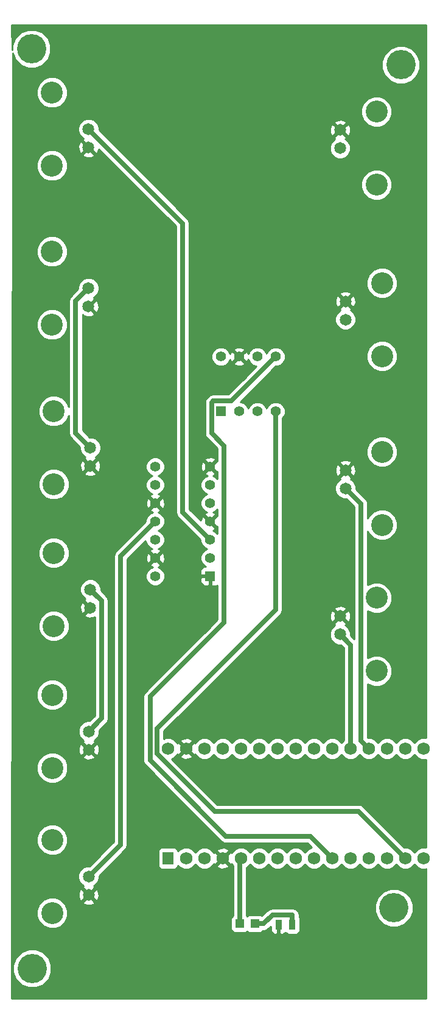
<source format=gtl>
G04 (created by PCBNEW-RS274X (2011-05-25)-stable) date Sun 01 Dec 2013 10:46:18 PM CET*
G01*
G70*
G90*
%MOIN*%
G04 Gerber Fmt 3.4, Leading zero omitted, Abs format*
%FSLAX34Y34*%
G04 APERTURE LIST*
%ADD10C,0.006000*%
%ADD11R,0.060000X0.069000*%
%ADD12C,0.069000*%
%ADD13R,0.035000X0.055000*%
%ADD14R,0.047200X0.047200*%
%ADD15R,0.055000X0.055000*%
%ADD16C,0.055000*%
%ADD17C,0.120000*%
%ADD18C,0.065000*%
%ADD19C,0.160000*%
%ADD20C,0.025000*%
%ADD21C,0.010000*%
G04 APERTURE END LIST*
G54D10*
G54D11*
X23976Y-52618D03*
G54D12*
X24976Y-52618D03*
X25976Y-52618D03*
X26976Y-52618D03*
X27976Y-52618D03*
X28976Y-52618D03*
X29976Y-52618D03*
X30976Y-52618D03*
X31976Y-52618D03*
X32976Y-52618D03*
X33976Y-52618D03*
X34976Y-52618D03*
X35976Y-52618D03*
X36976Y-52618D03*
X37976Y-52618D03*
X37976Y-46618D03*
X36976Y-46618D03*
X35976Y-46618D03*
X34976Y-46618D03*
X33976Y-46618D03*
X32976Y-46618D03*
X31976Y-46618D03*
X30976Y-46618D03*
X29976Y-46618D03*
X28976Y-46618D03*
X27976Y-46618D03*
X26976Y-46618D03*
X25976Y-46618D03*
X24976Y-46618D03*
X23976Y-46618D03*
G54D13*
X30038Y-56244D03*
X30788Y-56244D03*
G54D14*
X27910Y-56201D03*
X28736Y-56201D03*
G54D15*
X26874Y-28165D03*
G54D16*
X27874Y-28165D03*
X28874Y-28165D03*
X29874Y-28165D03*
X29874Y-25165D03*
X28874Y-25165D03*
X27874Y-25165D03*
X26874Y-25165D03*
G54D15*
X26280Y-37181D03*
G54D16*
X26280Y-36181D03*
X26280Y-35181D03*
X26280Y-34181D03*
X26280Y-33181D03*
X26280Y-32181D03*
X26280Y-31181D03*
X23280Y-31181D03*
X23280Y-32181D03*
X23280Y-33181D03*
X23280Y-34181D03*
X23280Y-35181D03*
X23280Y-36181D03*
X23280Y-37181D03*
G54D17*
X35405Y-11764D03*
X35405Y-15764D03*
G54D18*
X33405Y-13764D03*
X33405Y-12764D03*
G54D17*
X35701Y-21138D03*
X35701Y-25138D03*
G54D18*
X33701Y-23138D03*
X33701Y-22138D03*
G54D17*
X35701Y-30378D03*
X35701Y-34378D03*
G54D18*
X33701Y-32378D03*
X33701Y-31378D03*
G54D17*
X35405Y-38366D03*
X35405Y-42366D03*
G54D18*
X33405Y-40366D03*
X33405Y-39366D03*
G54D17*
X17626Y-14717D03*
X17626Y-10717D03*
G54D18*
X19626Y-12717D03*
X19626Y-13717D03*
G54D17*
X17626Y-23417D03*
X17626Y-19417D03*
G54D18*
X19626Y-21417D03*
X19626Y-22417D03*
G54D17*
X17720Y-32150D03*
X17720Y-28150D03*
G54D18*
X19720Y-30150D03*
X19720Y-31150D03*
G54D17*
X17720Y-39909D03*
X17720Y-35909D03*
G54D18*
X19720Y-37909D03*
X19720Y-38909D03*
G54D17*
X17642Y-47669D03*
X17642Y-43669D03*
G54D18*
X19642Y-45669D03*
X19642Y-46669D03*
G54D17*
X17634Y-55614D03*
X17634Y-51614D03*
G54D18*
X19634Y-53614D03*
X19634Y-54614D03*
G54D19*
X36736Y-09197D03*
X16508Y-08323D03*
X16543Y-58650D03*
X36350Y-55327D03*
G54D20*
X21380Y-36081D02*
X23280Y-34181D01*
X21380Y-51868D02*
X21380Y-36081D01*
X19634Y-53614D02*
X21380Y-51868D01*
X20344Y-38533D02*
X19720Y-37909D01*
X20344Y-44967D02*
X20344Y-38533D01*
X19642Y-45669D02*
X20344Y-44967D01*
X24780Y-33681D02*
X26280Y-35181D01*
X24780Y-17871D02*
X24780Y-33681D01*
X19626Y-12717D02*
X24780Y-17871D01*
X33976Y-40937D02*
X33976Y-46618D01*
X33405Y-40366D02*
X33976Y-40937D01*
X31782Y-51424D02*
X32976Y-52618D01*
X27153Y-51424D02*
X31782Y-51424D01*
X22996Y-47267D02*
X27153Y-51424D01*
X22996Y-43767D02*
X22996Y-47267D01*
X27058Y-39705D02*
X22996Y-43767D01*
X27058Y-30042D02*
X27058Y-39705D01*
X26370Y-29354D02*
X27058Y-30042D01*
X26370Y-27673D02*
X26370Y-29354D01*
X26442Y-27601D02*
X26370Y-27673D01*
X27438Y-27601D02*
X26442Y-27601D01*
X29874Y-25165D02*
X27438Y-27601D01*
X34402Y-50044D02*
X36976Y-52618D01*
X26527Y-50044D02*
X34402Y-50044D01*
X23371Y-46888D02*
X26527Y-50044D01*
X23371Y-45512D02*
X23371Y-46888D01*
X29874Y-39009D02*
X23371Y-45512D01*
X29874Y-28165D02*
X29874Y-39009D01*
X34550Y-46192D02*
X34976Y-46618D01*
X34550Y-33227D02*
X34550Y-46192D01*
X33701Y-32378D02*
X34550Y-33227D01*
X27910Y-52684D02*
X27976Y-52618D01*
X27910Y-56201D02*
X27910Y-52684D01*
X29704Y-55719D02*
X30788Y-55719D01*
X29222Y-56201D02*
X29704Y-55719D01*
X28736Y-56201D02*
X29222Y-56201D01*
X30788Y-56244D02*
X30788Y-55719D01*
X18925Y-29355D02*
X19720Y-30150D01*
X18925Y-22118D02*
X18925Y-29355D01*
X19626Y-21417D02*
X18925Y-22118D01*
G54D10*
G36*
X38123Y-60300D02*
X37400Y-60300D01*
X37400Y-55537D01*
X37400Y-55119D01*
X37240Y-54733D01*
X36945Y-54437D01*
X36560Y-54277D01*
X36142Y-54277D01*
X35756Y-54437D01*
X35460Y-54732D01*
X35300Y-55117D01*
X35300Y-55535D01*
X35460Y-55921D01*
X35755Y-56217D01*
X36140Y-56377D01*
X36558Y-56377D01*
X36944Y-56217D01*
X37240Y-55922D01*
X37400Y-55537D01*
X37400Y-60300D01*
X29988Y-60300D01*
X27315Y-60300D01*
X27315Y-53028D01*
X26976Y-52689D01*
X26905Y-52760D01*
X26905Y-52618D01*
X26566Y-52279D01*
X26488Y-52303D01*
X26480Y-52282D01*
X26313Y-52115D01*
X26094Y-52024D01*
X25858Y-52024D01*
X25640Y-52114D01*
X25476Y-52278D01*
X25313Y-52115D01*
X25094Y-52024D01*
X24858Y-52024D01*
X24640Y-52114D01*
X24525Y-52229D01*
X24525Y-52224D01*
X24487Y-52132D01*
X24417Y-52062D01*
X24326Y-52024D01*
X24227Y-52024D01*
X23627Y-52024D01*
X23535Y-52062D01*
X23465Y-52132D01*
X23427Y-52223D01*
X23427Y-52322D01*
X23427Y-53012D01*
X23465Y-53104D01*
X23535Y-53174D01*
X23626Y-53212D01*
X23725Y-53212D01*
X24325Y-53212D01*
X24417Y-53174D01*
X24487Y-53104D01*
X24525Y-53013D01*
X24525Y-53007D01*
X24639Y-53121D01*
X24858Y-53212D01*
X25094Y-53212D01*
X25312Y-53122D01*
X25476Y-52958D01*
X25639Y-53121D01*
X25858Y-53212D01*
X26094Y-53212D01*
X26312Y-53122D01*
X26479Y-52955D01*
X26488Y-52932D01*
X26566Y-52957D01*
X26905Y-52618D01*
X26905Y-52760D01*
X26637Y-53028D01*
X26668Y-53126D01*
X26886Y-53206D01*
X27118Y-53196D01*
X27284Y-53126D01*
X27315Y-53028D01*
X27315Y-60300D01*
X20202Y-60300D01*
X20202Y-54698D01*
X20190Y-54475D01*
X20126Y-54318D01*
X20030Y-54289D01*
X19705Y-54614D01*
X20030Y-54939D01*
X20126Y-54910D01*
X20202Y-54698D01*
X20202Y-60300D01*
X19959Y-60300D01*
X19959Y-55010D01*
X19634Y-54685D01*
X19563Y-54756D01*
X19563Y-54614D01*
X19238Y-54289D01*
X19142Y-54318D01*
X19066Y-54530D01*
X19078Y-54753D01*
X19142Y-54910D01*
X19238Y-54939D01*
X19563Y-54614D01*
X19563Y-54756D01*
X19309Y-55010D01*
X19338Y-55106D01*
X19550Y-55182D01*
X19773Y-55170D01*
X19930Y-55106D01*
X19959Y-55010D01*
X19959Y-60300D01*
X18570Y-60300D01*
X18570Y-40079D01*
X18570Y-39741D01*
X18570Y-36079D01*
X18570Y-35741D01*
X18570Y-32320D01*
X18570Y-31982D01*
X18441Y-31670D01*
X18202Y-31430D01*
X17890Y-31300D01*
X17552Y-31300D01*
X17240Y-31429D01*
X17000Y-31668D01*
X16870Y-31980D01*
X16870Y-32318D01*
X16999Y-32630D01*
X17238Y-32870D01*
X17550Y-33000D01*
X17888Y-33000D01*
X18200Y-32871D01*
X18440Y-32632D01*
X18570Y-32320D01*
X18570Y-35741D01*
X18441Y-35429D01*
X18202Y-35189D01*
X17890Y-35059D01*
X17552Y-35059D01*
X17240Y-35188D01*
X17000Y-35427D01*
X16870Y-35739D01*
X16870Y-36077D01*
X16999Y-36389D01*
X17238Y-36629D01*
X17550Y-36759D01*
X17888Y-36759D01*
X18200Y-36630D01*
X18440Y-36391D01*
X18570Y-36079D01*
X18570Y-39741D01*
X18441Y-39429D01*
X18202Y-39189D01*
X17890Y-39059D01*
X17552Y-39059D01*
X17240Y-39188D01*
X17000Y-39427D01*
X16870Y-39739D01*
X16870Y-40077D01*
X16999Y-40389D01*
X17238Y-40629D01*
X17550Y-40759D01*
X17888Y-40759D01*
X18200Y-40630D01*
X18440Y-40391D01*
X18570Y-40079D01*
X18570Y-60300D01*
X18492Y-60300D01*
X18492Y-47839D01*
X18492Y-47501D01*
X18492Y-43839D01*
X18492Y-43501D01*
X18363Y-43189D01*
X18124Y-42949D01*
X17812Y-42819D01*
X17474Y-42819D01*
X17162Y-42948D01*
X16922Y-43187D01*
X16792Y-43499D01*
X16792Y-43837D01*
X16921Y-44149D01*
X17160Y-44389D01*
X17472Y-44519D01*
X17810Y-44519D01*
X18122Y-44390D01*
X18362Y-44151D01*
X18492Y-43839D01*
X18492Y-47501D01*
X18363Y-47189D01*
X18124Y-46949D01*
X17812Y-46819D01*
X17474Y-46819D01*
X17162Y-46948D01*
X16922Y-47187D01*
X16792Y-47499D01*
X16792Y-47837D01*
X16921Y-48149D01*
X17160Y-48389D01*
X17472Y-48519D01*
X17810Y-48519D01*
X18122Y-48390D01*
X18362Y-48151D01*
X18492Y-47839D01*
X18492Y-60300D01*
X18484Y-60300D01*
X18484Y-55784D01*
X18484Y-55446D01*
X18484Y-51784D01*
X18484Y-51446D01*
X18355Y-51134D01*
X18116Y-50894D01*
X17804Y-50764D01*
X17466Y-50764D01*
X17154Y-50893D01*
X16914Y-51132D01*
X16784Y-51444D01*
X16784Y-51782D01*
X16913Y-52094D01*
X17152Y-52334D01*
X17464Y-52464D01*
X17802Y-52464D01*
X18114Y-52335D01*
X18354Y-52096D01*
X18484Y-51784D01*
X18484Y-55446D01*
X18355Y-55134D01*
X18116Y-54894D01*
X17804Y-54764D01*
X17466Y-54764D01*
X17154Y-54893D01*
X16914Y-55132D01*
X16784Y-55444D01*
X16784Y-55782D01*
X16913Y-56094D01*
X17152Y-56334D01*
X17464Y-56464D01*
X17802Y-56464D01*
X18114Y-56335D01*
X18354Y-56096D01*
X18484Y-55784D01*
X18484Y-60300D01*
X17593Y-60300D01*
X17593Y-58860D01*
X17593Y-58442D01*
X17433Y-58056D01*
X17138Y-57760D01*
X16753Y-57600D01*
X16335Y-57600D01*
X15949Y-57760D01*
X15653Y-58055D01*
X15493Y-58440D01*
X15493Y-58858D01*
X15653Y-59244D01*
X15948Y-59540D01*
X16333Y-59700D01*
X16751Y-59700D01*
X17137Y-59540D01*
X17433Y-59245D01*
X17593Y-58860D01*
X17593Y-60300D01*
X15424Y-60300D01*
X15473Y-08808D01*
X15475Y-08768D01*
X15465Y-08549D01*
X15618Y-08917D01*
X15913Y-09213D01*
X16298Y-09373D01*
X16716Y-09373D01*
X17102Y-09213D01*
X17398Y-08918D01*
X17558Y-08533D01*
X17558Y-08115D01*
X17398Y-07729D01*
X17103Y-07433D01*
X16718Y-07273D01*
X16300Y-07273D01*
X15914Y-07433D01*
X15618Y-07728D01*
X15458Y-08113D01*
X15458Y-08369D01*
X15401Y-07034D01*
X38095Y-07034D01*
X38115Y-46032D01*
X38094Y-46024D01*
X37858Y-46024D01*
X37786Y-46053D01*
X37786Y-09407D01*
X37786Y-08989D01*
X37626Y-08603D01*
X37331Y-08307D01*
X36946Y-08147D01*
X36528Y-08147D01*
X36142Y-08307D01*
X35846Y-08602D01*
X35686Y-08987D01*
X35686Y-09405D01*
X35846Y-09791D01*
X36141Y-10087D01*
X36526Y-10247D01*
X36944Y-10247D01*
X37330Y-10087D01*
X37626Y-09792D01*
X37786Y-09407D01*
X37786Y-46053D01*
X37640Y-46114D01*
X37476Y-46278D01*
X37313Y-46115D01*
X37094Y-46024D01*
X36858Y-46024D01*
X36640Y-46114D01*
X36476Y-46278D01*
X36313Y-46115D01*
X36094Y-46024D01*
X35858Y-46024D01*
X35640Y-46114D01*
X35476Y-46278D01*
X35313Y-46115D01*
X35094Y-46024D01*
X34925Y-46024D01*
X34925Y-43086D01*
X35235Y-43216D01*
X35573Y-43216D01*
X35885Y-43087D01*
X36125Y-42848D01*
X36255Y-42536D01*
X36255Y-42198D01*
X36126Y-41886D01*
X35887Y-41646D01*
X35575Y-41516D01*
X35237Y-41516D01*
X34925Y-41645D01*
X34925Y-39086D01*
X35235Y-39216D01*
X35573Y-39216D01*
X35885Y-39087D01*
X36125Y-38848D01*
X36255Y-38536D01*
X36255Y-38198D01*
X36126Y-37886D01*
X35887Y-37646D01*
X35575Y-37516D01*
X35237Y-37516D01*
X34925Y-37645D01*
X34925Y-34724D01*
X34980Y-34858D01*
X35219Y-35098D01*
X35531Y-35228D01*
X35869Y-35228D01*
X36181Y-35099D01*
X36421Y-34860D01*
X36551Y-34548D01*
X36551Y-34210D01*
X36551Y-30548D01*
X36551Y-30210D01*
X36551Y-25308D01*
X36551Y-24970D01*
X36551Y-21308D01*
X36551Y-20970D01*
X36422Y-20658D01*
X36255Y-20490D01*
X36255Y-15934D01*
X36255Y-15596D01*
X36255Y-11934D01*
X36255Y-11596D01*
X36126Y-11284D01*
X35887Y-11044D01*
X35575Y-10914D01*
X35237Y-10914D01*
X34925Y-11043D01*
X34685Y-11282D01*
X34555Y-11594D01*
X34555Y-11932D01*
X34684Y-12244D01*
X34923Y-12484D01*
X35235Y-12614D01*
X35573Y-12614D01*
X35885Y-12485D01*
X36125Y-12246D01*
X36255Y-11934D01*
X36255Y-15596D01*
X36126Y-15284D01*
X35887Y-15044D01*
X35575Y-14914D01*
X35237Y-14914D01*
X34925Y-15043D01*
X34685Y-15282D01*
X34555Y-15594D01*
X34555Y-15932D01*
X34684Y-16244D01*
X34923Y-16484D01*
X35235Y-16614D01*
X35573Y-16614D01*
X35885Y-16485D01*
X36125Y-16246D01*
X36255Y-15934D01*
X36255Y-20490D01*
X36183Y-20418D01*
X35871Y-20288D01*
X35533Y-20288D01*
X35221Y-20417D01*
X34981Y-20656D01*
X34851Y-20968D01*
X34851Y-21306D01*
X34980Y-21618D01*
X35219Y-21858D01*
X35531Y-21988D01*
X35869Y-21988D01*
X36181Y-21859D01*
X36421Y-21620D01*
X36551Y-21308D01*
X36551Y-24970D01*
X36422Y-24658D01*
X36183Y-24418D01*
X35871Y-24288D01*
X35533Y-24288D01*
X35221Y-24417D01*
X34981Y-24656D01*
X34851Y-24968D01*
X34851Y-25306D01*
X34980Y-25618D01*
X35219Y-25858D01*
X35531Y-25988D01*
X35869Y-25988D01*
X36181Y-25859D01*
X36421Y-25620D01*
X36551Y-25308D01*
X36551Y-30210D01*
X36422Y-29898D01*
X36183Y-29658D01*
X35871Y-29528D01*
X35533Y-29528D01*
X35221Y-29657D01*
X34981Y-29896D01*
X34851Y-30208D01*
X34851Y-30546D01*
X34980Y-30858D01*
X35219Y-31098D01*
X35531Y-31228D01*
X35869Y-31228D01*
X36181Y-31099D01*
X36421Y-30860D01*
X36551Y-30548D01*
X36551Y-34210D01*
X36422Y-33898D01*
X36183Y-33658D01*
X35871Y-33528D01*
X35533Y-33528D01*
X35221Y-33657D01*
X34981Y-33896D01*
X34925Y-34030D01*
X34925Y-33227D01*
X34896Y-33084D01*
X34896Y-33083D01*
X34855Y-33022D01*
X34815Y-32962D01*
X34815Y-32961D01*
X34276Y-32422D01*
X34276Y-32264D01*
X34276Y-23253D01*
X34276Y-23024D01*
X34269Y-23007D01*
X34269Y-22222D01*
X34257Y-21999D01*
X34193Y-21842D01*
X34097Y-21813D01*
X34026Y-21884D01*
X34026Y-21742D01*
X33997Y-21646D01*
X33980Y-21639D01*
X33980Y-13879D01*
X33980Y-13650D01*
X33973Y-13633D01*
X33973Y-12848D01*
X33961Y-12625D01*
X33897Y-12468D01*
X33801Y-12439D01*
X33730Y-12510D01*
X33730Y-12368D01*
X33701Y-12272D01*
X33489Y-12196D01*
X33266Y-12208D01*
X33109Y-12272D01*
X33080Y-12368D01*
X33405Y-12693D01*
X33730Y-12368D01*
X33730Y-12510D01*
X33476Y-12764D01*
X33801Y-13089D01*
X33897Y-13060D01*
X33973Y-12848D01*
X33973Y-13633D01*
X33893Y-13439D01*
X33731Y-13277D01*
X33690Y-13260D01*
X33701Y-13256D01*
X33730Y-13160D01*
X33405Y-12835D01*
X33334Y-12906D01*
X33334Y-12764D01*
X33009Y-12439D01*
X32913Y-12468D01*
X32837Y-12680D01*
X32849Y-12903D01*
X32913Y-13060D01*
X33009Y-13089D01*
X33334Y-12764D01*
X33334Y-12906D01*
X33080Y-13160D01*
X33109Y-13256D01*
X33119Y-13259D01*
X33080Y-13276D01*
X32918Y-13438D01*
X32830Y-13649D01*
X32830Y-13878D01*
X32917Y-14089D01*
X33079Y-14251D01*
X33290Y-14339D01*
X33519Y-14339D01*
X33730Y-14252D01*
X33892Y-14090D01*
X33980Y-13879D01*
X33980Y-21639D01*
X33785Y-21570D01*
X33562Y-21582D01*
X33405Y-21646D01*
X33376Y-21742D01*
X33701Y-22067D01*
X34026Y-21742D01*
X34026Y-21884D01*
X33772Y-22138D01*
X34097Y-22463D01*
X34193Y-22434D01*
X34269Y-22222D01*
X34269Y-23007D01*
X34189Y-22813D01*
X34027Y-22651D01*
X33986Y-22634D01*
X33997Y-22630D01*
X34026Y-22534D01*
X33701Y-22209D01*
X33630Y-22280D01*
X33630Y-22138D01*
X33305Y-21813D01*
X33209Y-21842D01*
X33133Y-22054D01*
X33145Y-22277D01*
X33209Y-22434D01*
X33305Y-22463D01*
X33630Y-22138D01*
X33630Y-22280D01*
X33376Y-22534D01*
X33405Y-22630D01*
X33415Y-22633D01*
X33376Y-22650D01*
X33214Y-22812D01*
X33126Y-23023D01*
X33126Y-23252D01*
X33213Y-23463D01*
X33375Y-23625D01*
X33586Y-23713D01*
X33815Y-23713D01*
X34026Y-23626D01*
X34188Y-23464D01*
X34276Y-23253D01*
X34276Y-32264D01*
X34269Y-32247D01*
X34269Y-31462D01*
X34257Y-31239D01*
X34193Y-31082D01*
X34097Y-31053D01*
X34026Y-31124D01*
X34026Y-30982D01*
X33997Y-30886D01*
X33785Y-30810D01*
X33562Y-30822D01*
X33405Y-30886D01*
X33376Y-30982D01*
X33701Y-31307D01*
X34026Y-30982D01*
X34026Y-31124D01*
X33772Y-31378D01*
X34097Y-31703D01*
X34193Y-31674D01*
X34269Y-31462D01*
X34269Y-32247D01*
X34189Y-32053D01*
X34027Y-31891D01*
X33986Y-31874D01*
X33997Y-31870D01*
X34026Y-31774D01*
X33701Y-31449D01*
X33630Y-31520D01*
X33630Y-31378D01*
X33305Y-31053D01*
X33209Y-31082D01*
X33133Y-31294D01*
X33145Y-31517D01*
X33209Y-31674D01*
X33305Y-31703D01*
X33630Y-31378D01*
X33630Y-31520D01*
X33376Y-31774D01*
X33405Y-31870D01*
X33415Y-31873D01*
X33376Y-31890D01*
X33214Y-32052D01*
X33126Y-32263D01*
X33126Y-32492D01*
X33213Y-32703D01*
X33375Y-32865D01*
X33586Y-32953D01*
X33745Y-32953D01*
X34175Y-33382D01*
X34175Y-40605D01*
X33980Y-40410D01*
X33980Y-40252D01*
X33973Y-40235D01*
X33973Y-39450D01*
X33961Y-39227D01*
X33897Y-39070D01*
X33801Y-39041D01*
X33730Y-39112D01*
X33730Y-38970D01*
X33701Y-38874D01*
X33489Y-38798D01*
X33266Y-38810D01*
X33109Y-38874D01*
X33080Y-38970D01*
X33405Y-39295D01*
X33730Y-38970D01*
X33730Y-39112D01*
X33476Y-39366D01*
X33801Y-39691D01*
X33897Y-39662D01*
X33973Y-39450D01*
X33973Y-40235D01*
X33893Y-40041D01*
X33731Y-39879D01*
X33690Y-39862D01*
X33701Y-39858D01*
X33730Y-39762D01*
X33405Y-39437D01*
X33334Y-39508D01*
X33334Y-39366D01*
X33009Y-39041D01*
X32913Y-39070D01*
X32837Y-39282D01*
X32849Y-39505D01*
X32913Y-39662D01*
X33009Y-39691D01*
X33334Y-39366D01*
X33334Y-39508D01*
X33080Y-39762D01*
X33109Y-39858D01*
X33119Y-39861D01*
X33080Y-39878D01*
X32918Y-40040D01*
X32830Y-40251D01*
X32830Y-40480D01*
X32917Y-40691D01*
X33079Y-40853D01*
X33290Y-40941D01*
X33449Y-40941D01*
X33601Y-41092D01*
X33601Y-46153D01*
X33476Y-46278D01*
X33313Y-46115D01*
X33094Y-46024D01*
X32858Y-46024D01*
X32640Y-46114D01*
X32476Y-46278D01*
X32313Y-46115D01*
X32094Y-46024D01*
X31858Y-46024D01*
X31640Y-46114D01*
X31476Y-46278D01*
X31313Y-46115D01*
X31094Y-46024D01*
X30858Y-46024D01*
X30640Y-46114D01*
X30476Y-46278D01*
X30313Y-46115D01*
X30094Y-46024D01*
X29858Y-46024D01*
X29640Y-46114D01*
X29476Y-46278D01*
X29313Y-46115D01*
X29094Y-46024D01*
X28858Y-46024D01*
X28640Y-46114D01*
X28476Y-46278D01*
X28313Y-46115D01*
X28094Y-46024D01*
X27858Y-46024D01*
X27640Y-46114D01*
X27476Y-46278D01*
X27313Y-46115D01*
X27094Y-46024D01*
X26858Y-46024D01*
X26640Y-46114D01*
X26476Y-46278D01*
X26313Y-46115D01*
X26094Y-46024D01*
X25858Y-46024D01*
X25640Y-46114D01*
X25473Y-46281D01*
X25463Y-46303D01*
X25386Y-46279D01*
X25315Y-46350D01*
X25315Y-46208D01*
X25284Y-46110D01*
X25066Y-46030D01*
X24834Y-46040D01*
X24668Y-46110D01*
X24637Y-46208D01*
X24976Y-46547D01*
X25315Y-46208D01*
X25315Y-46350D01*
X25047Y-46618D01*
X25386Y-46957D01*
X25463Y-46932D01*
X25472Y-46954D01*
X25639Y-47121D01*
X25858Y-47212D01*
X26094Y-47212D01*
X26312Y-47122D01*
X26476Y-46958D01*
X26639Y-47121D01*
X26858Y-47212D01*
X27094Y-47212D01*
X27312Y-47122D01*
X27476Y-46958D01*
X27639Y-47121D01*
X27858Y-47212D01*
X28094Y-47212D01*
X28312Y-47122D01*
X28476Y-46958D01*
X28639Y-47121D01*
X28858Y-47212D01*
X29094Y-47212D01*
X29312Y-47122D01*
X29476Y-46958D01*
X29639Y-47121D01*
X29858Y-47212D01*
X30094Y-47212D01*
X30312Y-47122D01*
X30476Y-46958D01*
X30639Y-47121D01*
X30858Y-47212D01*
X31094Y-47212D01*
X31312Y-47122D01*
X31476Y-46958D01*
X31639Y-47121D01*
X31858Y-47212D01*
X32094Y-47212D01*
X32312Y-47122D01*
X32476Y-46958D01*
X32639Y-47121D01*
X32858Y-47212D01*
X33094Y-47212D01*
X33312Y-47122D01*
X33476Y-46958D01*
X33639Y-47121D01*
X33858Y-47212D01*
X34094Y-47212D01*
X34312Y-47122D01*
X34476Y-46958D01*
X34639Y-47121D01*
X34858Y-47212D01*
X35094Y-47212D01*
X35312Y-47122D01*
X35476Y-46958D01*
X35639Y-47121D01*
X35858Y-47212D01*
X36094Y-47212D01*
X36312Y-47122D01*
X36476Y-46958D01*
X36639Y-47121D01*
X36858Y-47212D01*
X37094Y-47212D01*
X37312Y-47122D01*
X37476Y-46958D01*
X37639Y-47121D01*
X37858Y-47212D01*
X38094Y-47212D01*
X38116Y-47202D01*
X38118Y-52034D01*
X38094Y-52024D01*
X37858Y-52024D01*
X37640Y-52114D01*
X37476Y-52278D01*
X37313Y-52115D01*
X37094Y-52024D01*
X36912Y-52024D01*
X34667Y-49779D01*
X34546Y-49698D01*
X34402Y-49669D01*
X26682Y-49669D01*
X25315Y-48302D01*
X25315Y-47028D01*
X24976Y-46689D01*
X24637Y-47028D01*
X24668Y-47126D01*
X24886Y-47206D01*
X25118Y-47196D01*
X25284Y-47126D01*
X25315Y-47028D01*
X25315Y-48302D01*
X24186Y-47173D01*
X24312Y-47122D01*
X24479Y-46955D01*
X24488Y-46932D01*
X24566Y-46957D01*
X24905Y-46618D01*
X24566Y-46279D01*
X24488Y-46303D01*
X24480Y-46282D01*
X24313Y-46115D01*
X24094Y-46024D01*
X23858Y-46024D01*
X23746Y-46070D01*
X23746Y-45667D01*
X30139Y-39275D01*
X30139Y-39274D01*
X30179Y-39213D01*
X30220Y-39153D01*
X30220Y-39152D01*
X30248Y-39009D01*
X30249Y-39009D01*
X30249Y-28532D01*
X30319Y-28463D01*
X30399Y-28270D01*
X30399Y-28061D01*
X30319Y-27868D01*
X30172Y-27720D01*
X29979Y-27640D01*
X29770Y-27640D01*
X29577Y-27720D01*
X29429Y-27867D01*
X29373Y-28000D01*
X29319Y-27868D01*
X29172Y-27720D01*
X28979Y-27640D01*
X28770Y-27640D01*
X28577Y-27720D01*
X28429Y-27867D01*
X28373Y-28000D01*
X28319Y-27868D01*
X28172Y-27720D01*
X27979Y-27640D01*
X27929Y-27640D01*
X29879Y-25690D01*
X29978Y-25690D01*
X30171Y-25610D01*
X30319Y-25463D01*
X30399Y-25270D01*
X30399Y-25061D01*
X30319Y-24868D01*
X30172Y-24720D01*
X29979Y-24640D01*
X29770Y-24640D01*
X29577Y-24720D01*
X29429Y-24867D01*
X29373Y-25000D01*
X29319Y-24868D01*
X29172Y-24720D01*
X28979Y-24640D01*
X28770Y-24640D01*
X28577Y-24720D01*
X28429Y-24867D01*
X28370Y-25007D01*
X28326Y-24898D01*
X28235Y-24875D01*
X28164Y-24946D01*
X28164Y-24804D01*
X28141Y-24713D01*
X27948Y-24646D01*
X27744Y-24657D01*
X27607Y-24713D01*
X27584Y-24804D01*
X27874Y-25094D01*
X28164Y-24804D01*
X28164Y-24946D01*
X27945Y-25165D01*
X28235Y-25455D01*
X28326Y-25432D01*
X28367Y-25313D01*
X28429Y-25462D01*
X28576Y-25610D01*
X28769Y-25690D01*
X28819Y-25690D01*
X28164Y-26345D01*
X28164Y-25526D01*
X27874Y-25236D01*
X27803Y-25307D01*
X27803Y-25165D01*
X27513Y-24875D01*
X27422Y-24898D01*
X27380Y-25016D01*
X27319Y-24868D01*
X27172Y-24720D01*
X26979Y-24640D01*
X26770Y-24640D01*
X26577Y-24720D01*
X26429Y-24867D01*
X26349Y-25060D01*
X26349Y-25269D01*
X26429Y-25462D01*
X26576Y-25610D01*
X26769Y-25690D01*
X26978Y-25690D01*
X27171Y-25610D01*
X27319Y-25463D01*
X27377Y-25322D01*
X27422Y-25432D01*
X27513Y-25455D01*
X27803Y-25165D01*
X27803Y-25307D01*
X27584Y-25526D01*
X27607Y-25617D01*
X27800Y-25684D01*
X28004Y-25673D01*
X28141Y-25617D01*
X28164Y-25526D01*
X28164Y-26345D01*
X27283Y-27226D01*
X26442Y-27226D01*
X26298Y-27255D01*
X26237Y-27295D01*
X26176Y-27336D01*
X26105Y-27408D01*
X26024Y-27529D01*
X25995Y-27673D01*
X25995Y-29354D01*
X26024Y-29498D01*
X26105Y-29619D01*
X26683Y-30197D01*
X26683Y-30901D01*
X26641Y-30891D01*
X26570Y-30962D01*
X26570Y-30820D01*
X26547Y-30729D01*
X26354Y-30662D01*
X26150Y-30673D01*
X26013Y-30729D01*
X25990Y-30820D01*
X26280Y-31110D01*
X26570Y-30820D01*
X26570Y-30962D01*
X26351Y-31181D01*
X26641Y-31471D01*
X26683Y-31460D01*
X26683Y-31841D01*
X26578Y-31736D01*
X26437Y-31677D01*
X26547Y-31633D01*
X26570Y-31542D01*
X26280Y-31252D01*
X26209Y-31323D01*
X26209Y-31181D01*
X25919Y-30891D01*
X25828Y-30914D01*
X25761Y-31107D01*
X25772Y-31311D01*
X25828Y-31448D01*
X25919Y-31471D01*
X26209Y-31181D01*
X26209Y-31323D01*
X25990Y-31542D01*
X26013Y-31633D01*
X26131Y-31674D01*
X25983Y-31736D01*
X25835Y-31883D01*
X25755Y-32076D01*
X25755Y-32285D01*
X25835Y-32478D01*
X25982Y-32626D01*
X26115Y-32681D01*
X25983Y-32736D01*
X25835Y-32883D01*
X25755Y-33076D01*
X25755Y-33285D01*
X25835Y-33478D01*
X25982Y-33626D01*
X26122Y-33684D01*
X26013Y-33729D01*
X25990Y-33820D01*
X26280Y-34110D01*
X26570Y-33820D01*
X26547Y-33729D01*
X26428Y-33687D01*
X26577Y-33626D01*
X26683Y-33520D01*
X26683Y-33901D01*
X26641Y-33891D01*
X26351Y-34181D01*
X26641Y-34471D01*
X26683Y-34460D01*
X26683Y-34841D01*
X26578Y-34736D01*
X26437Y-34677D01*
X26547Y-34633D01*
X26570Y-34542D01*
X26315Y-34287D01*
X26280Y-34252D01*
X26209Y-34181D01*
X26174Y-34146D01*
X25919Y-33891D01*
X25828Y-33914D01*
X25761Y-34107D01*
X25762Y-34133D01*
X25155Y-33526D01*
X25155Y-17871D01*
X25154Y-17870D01*
X25126Y-17728D01*
X25126Y-17727D01*
X25085Y-17666D01*
X25045Y-17606D01*
X25045Y-17605D01*
X20201Y-12761D01*
X20201Y-12603D01*
X20114Y-12392D01*
X19952Y-12230D01*
X19741Y-12142D01*
X19512Y-12142D01*
X19301Y-12229D01*
X19139Y-12391D01*
X19051Y-12602D01*
X19051Y-12831D01*
X19138Y-13042D01*
X19300Y-13204D01*
X19340Y-13220D01*
X19330Y-13225D01*
X19301Y-13321D01*
X19591Y-13611D01*
X19626Y-13646D01*
X19697Y-13717D01*
X19732Y-13752D01*
X20022Y-14042D01*
X20118Y-14013D01*
X20190Y-13811D01*
X24405Y-18026D01*
X24405Y-33681D01*
X24434Y-33825D01*
X24515Y-33946D01*
X25755Y-35186D01*
X25755Y-35285D01*
X25835Y-35478D01*
X25982Y-35626D01*
X26115Y-35681D01*
X25983Y-35736D01*
X25835Y-35883D01*
X25755Y-36076D01*
X25755Y-36285D01*
X25835Y-36478D01*
X25982Y-36626D01*
X26056Y-36656D01*
X26054Y-36657D01*
X25955Y-36657D01*
X25864Y-36695D01*
X25794Y-36765D01*
X25756Y-36857D01*
X25755Y-37069D01*
X25817Y-37131D01*
X26180Y-37131D01*
X26230Y-37131D01*
X26330Y-37131D01*
X26330Y-37231D01*
X26330Y-37281D01*
X26330Y-37644D01*
X26392Y-37706D01*
X26506Y-37705D01*
X26605Y-37705D01*
X26683Y-37672D01*
X26683Y-39549D01*
X26230Y-40002D01*
X26230Y-37644D01*
X26230Y-37231D01*
X25817Y-37231D01*
X25755Y-37293D01*
X25756Y-37505D01*
X25794Y-37597D01*
X25864Y-37667D01*
X25955Y-37705D01*
X26054Y-37705D01*
X26168Y-37706D01*
X26230Y-37644D01*
X26230Y-40002D01*
X23805Y-42427D01*
X23805Y-37286D01*
X23805Y-37077D01*
X23805Y-35286D01*
X23805Y-35077D01*
X23725Y-34884D01*
X23578Y-34736D01*
X23444Y-34680D01*
X23577Y-34626D01*
X23725Y-34479D01*
X23805Y-34286D01*
X23805Y-34077D01*
X23805Y-32286D01*
X23805Y-32077D01*
X23725Y-31884D01*
X23578Y-31736D01*
X23444Y-31680D01*
X23577Y-31626D01*
X23725Y-31479D01*
X23805Y-31286D01*
X23805Y-31077D01*
X23725Y-30884D01*
X23578Y-30736D01*
X23385Y-30656D01*
X23176Y-30656D01*
X22983Y-30736D01*
X22835Y-30883D01*
X22755Y-31076D01*
X22755Y-31285D01*
X22835Y-31478D01*
X22982Y-31626D01*
X23115Y-31681D01*
X22983Y-31736D01*
X22835Y-31883D01*
X22755Y-32076D01*
X22755Y-32285D01*
X22835Y-32478D01*
X22982Y-32626D01*
X23122Y-32684D01*
X23013Y-32729D01*
X22990Y-32820D01*
X23280Y-33110D01*
X23570Y-32820D01*
X23547Y-32729D01*
X23428Y-32687D01*
X23577Y-32626D01*
X23725Y-32479D01*
X23805Y-32286D01*
X23805Y-34077D01*
X23799Y-34062D01*
X23799Y-33255D01*
X23788Y-33051D01*
X23732Y-32914D01*
X23641Y-32891D01*
X23351Y-33181D01*
X23641Y-33471D01*
X23732Y-33448D01*
X23799Y-33255D01*
X23799Y-34062D01*
X23725Y-33884D01*
X23578Y-33736D01*
X23437Y-33677D01*
X23547Y-33633D01*
X23570Y-33542D01*
X23280Y-33252D01*
X23209Y-33323D01*
X23209Y-33181D01*
X22919Y-32891D01*
X22828Y-32914D01*
X22761Y-33107D01*
X22772Y-33311D01*
X22828Y-33448D01*
X22919Y-33471D01*
X23209Y-33181D01*
X23209Y-33323D01*
X22990Y-33542D01*
X23013Y-33633D01*
X23131Y-33674D01*
X22983Y-33736D01*
X22835Y-33883D01*
X22755Y-34076D01*
X22755Y-34176D01*
X21115Y-35816D01*
X21034Y-35937D01*
X21005Y-36081D01*
X21005Y-51713D01*
X20719Y-51999D01*
X20719Y-44967D01*
X20719Y-38533D01*
X20690Y-38390D01*
X20690Y-38389D01*
X20609Y-38268D01*
X20295Y-37954D01*
X20295Y-37795D01*
X20295Y-30265D01*
X20295Y-30036D01*
X20208Y-29825D01*
X20194Y-29811D01*
X20194Y-22501D01*
X20182Y-22278D01*
X20118Y-22121D01*
X20022Y-22092D01*
X19697Y-22417D01*
X20022Y-22742D01*
X20118Y-22713D01*
X20194Y-22501D01*
X20194Y-29811D01*
X20046Y-29663D01*
X19951Y-29623D01*
X19835Y-29575D01*
X19675Y-29575D01*
X19300Y-29200D01*
X19300Y-22884D01*
X19317Y-22866D01*
X19330Y-22909D01*
X19542Y-22985D01*
X19765Y-22973D01*
X19922Y-22909D01*
X19951Y-22813D01*
X19661Y-22523D01*
X19626Y-22488D01*
X19555Y-22417D01*
X19626Y-22346D01*
X19661Y-22311D01*
X19951Y-22021D01*
X19922Y-21925D01*
X19911Y-21921D01*
X19951Y-21905D01*
X20113Y-21743D01*
X20201Y-21532D01*
X20201Y-21303D01*
X20114Y-21092D01*
X19952Y-20930D01*
X19951Y-20929D01*
X19951Y-14113D01*
X19626Y-13788D01*
X19555Y-13859D01*
X19555Y-13717D01*
X19230Y-13392D01*
X19134Y-13421D01*
X19058Y-13633D01*
X19070Y-13856D01*
X19134Y-14013D01*
X19230Y-14042D01*
X19555Y-13717D01*
X19555Y-13859D01*
X19301Y-14113D01*
X19330Y-14209D01*
X19542Y-14285D01*
X19765Y-14273D01*
X19922Y-14209D01*
X19951Y-14113D01*
X19951Y-20929D01*
X19741Y-20842D01*
X19512Y-20842D01*
X19301Y-20929D01*
X19139Y-21091D01*
X19051Y-21302D01*
X19051Y-21462D01*
X18660Y-21853D01*
X18579Y-21974D01*
X18550Y-22118D01*
X18550Y-27933D01*
X18476Y-27754D01*
X18476Y-23587D01*
X18476Y-23249D01*
X18476Y-19587D01*
X18476Y-19249D01*
X18476Y-14887D01*
X18476Y-14549D01*
X18476Y-10887D01*
X18476Y-10549D01*
X18347Y-10237D01*
X18108Y-09997D01*
X17796Y-09867D01*
X17458Y-09867D01*
X17146Y-09996D01*
X16906Y-10235D01*
X16776Y-10547D01*
X16776Y-10885D01*
X16905Y-11197D01*
X17144Y-11437D01*
X17456Y-11567D01*
X17794Y-11567D01*
X18106Y-11438D01*
X18346Y-11199D01*
X18476Y-10887D01*
X18476Y-14549D01*
X18347Y-14237D01*
X18108Y-13997D01*
X17796Y-13867D01*
X17458Y-13867D01*
X17146Y-13996D01*
X16906Y-14235D01*
X16776Y-14547D01*
X16776Y-14885D01*
X16905Y-15197D01*
X17144Y-15437D01*
X17456Y-15567D01*
X17794Y-15567D01*
X18106Y-15438D01*
X18346Y-15199D01*
X18476Y-14887D01*
X18476Y-19249D01*
X18347Y-18937D01*
X18108Y-18697D01*
X17796Y-18567D01*
X17458Y-18567D01*
X17146Y-18696D01*
X16906Y-18935D01*
X16776Y-19247D01*
X16776Y-19585D01*
X16905Y-19897D01*
X17144Y-20137D01*
X17456Y-20267D01*
X17794Y-20267D01*
X18106Y-20138D01*
X18346Y-19899D01*
X18476Y-19587D01*
X18476Y-23249D01*
X18347Y-22937D01*
X18108Y-22697D01*
X17796Y-22567D01*
X17458Y-22567D01*
X17146Y-22696D01*
X16906Y-22935D01*
X16776Y-23247D01*
X16776Y-23585D01*
X16905Y-23897D01*
X17144Y-24137D01*
X17456Y-24267D01*
X17794Y-24267D01*
X18106Y-24138D01*
X18346Y-23899D01*
X18476Y-23587D01*
X18476Y-27754D01*
X18441Y-27670D01*
X18202Y-27430D01*
X17890Y-27300D01*
X17552Y-27300D01*
X17240Y-27429D01*
X17000Y-27668D01*
X16870Y-27980D01*
X16870Y-28318D01*
X16999Y-28630D01*
X17238Y-28870D01*
X17550Y-29000D01*
X17888Y-29000D01*
X18200Y-28871D01*
X18440Y-28632D01*
X18550Y-28368D01*
X18550Y-29355D01*
X18579Y-29499D01*
X18660Y-29620D01*
X19145Y-30105D01*
X19145Y-30264D01*
X19232Y-30475D01*
X19394Y-30637D01*
X19434Y-30653D01*
X19424Y-30658D01*
X19395Y-30754D01*
X19720Y-31079D01*
X20045Y-30754D01*
X20016Y-30658D01*
X20005Y-30654D01*
X20045Y-30638D01*
X20207Y-30476D01*
X20295Y-30265D01*
X20295Y-37795D01*
X20288Y-37778D01*
X20288Y-31234D01*
X20276Y-31011D01*
X20212Y-30854D01*
X20116Y-30825D01*
X19791Y-31150D01*
X20116Y-31475D01*
X20212Y-31446D01*
X20288Y-31234D01*
X20288Y-37778D01*
X20208Y-37584D01*
X20046Y-37422D01*
X20045Y-37421D01*
X20045Y-31546D01*
X19720Y-31221D01*
X19649Y-31292D01*
X19649Y-31150D01*
X19324Y-30825D01*
X19228Y-30854D01*
X19152Y-31066D01*
X19164Y-31289D01*
X19228Y-31446D01*
X19324Y-31475D01*
X19649Y-31150D01*
X19649Y-31292D01*
X19395Y-31546D01*
X19424Y-31642D01*
X19636Y-31718D01*
X19859Y-31706D01*
X20016Y-31642D01*
X20045Y-31546D01*
X20045Y-37421D01*
X19835Y-37334D01*
X19606Y-37334D01*
X19395Y-37421D01*
X19233Y-37583D01*
X19145Y-37794D01*
X19145Y-38023D01*
X19232Y-38234D01*
X19394Y-38396D01*
X19434Y-38412D01*
X19424Y-38417D01*
X19395Y-38513D01*
X19685Y-38803D01*
X19720Y-38838D01*
X19791Y-38909D01*
X19720Y-38980D01*
X19685Y-39015D01*
X19649Y-39051D01*
X19649Y-38909D01*
X19324Y-38584D01*
X19228Y-38613D01*
X19152Y-38825D01*
X19164Y-39048D01*
X19228Y-39205D01*
X19324Y-39234D01*
X19649Y-38909D01*
X19649Y-39051D01*
X19395Y-39305D01*
X19424Y-39401D01*
X19636Y-39477D01*
X19859Y-39465D01*
X19969Y-39420D01*
X19969Y-44811D01*
X19686Y-45094D01*
X19528Y-45094D01*
X19317Y-45181D01*
X19155Y-45343D01*
X19067Y-45554D01*
X19067Y-45783D01*
X19154Y-45994D01*
X19316Y-46156D01*
X19356Y-46172D01*
X19346Y-46177D01*
X19317Y-46273D01*
X19642Y-46598D01*
X19967Y-46273D01*
X19938Y-46177D01*
X19927Y-46173D01*
X19967Y-46157D01*
X20129Y-45995D01*
X20217Y-45784D01*
X20217Y-45624D01*
X20609Y-45233D01*
X20609Y-45232D01*
X20649Y-45171D01*
X20690Y-45111D01*
X20690Y-45110D01*
X20718Y-44968D01*
X20719Y-44967D01*
X20719Y-51999D01*
X20210Y-52508D01*
X20210Y-46753D01*
X20198Y-46530D01*
X20134Y-46373D01*
X20038Y-46344D01*
X19713Y-46669D01*
X20038Y-46994D01*
X20134Y-46965D01*
X20210Y-46753D01*
X20210Y-52508D01*
X19967Y-52751D01*
X19967Y-47065D01*
X19642Y-46740D01*
X19571Y-46811D01*
X19571Y-46669D01*
X19246Y-46344D01*
X19150Y-46373D01*
X19074Y-46585D01*
X19086Y-46808D01*
X19150Y-46965D01*
X19246Y-46994D01*
X19571Y-46669D01*
X19571Y-46811D01*
X19317Y-47065D01*
X19346Y-47161D01*
X19558Y-47237D01*
X19781Y-47225D01*
X19938Y-47161D01*
X19967Y-47065D01*
X19967Y-52751D01*
X19679Y-53039D01*
X19520Y-53039D01*
X19309Y-53126D01*
X19147Y-53288D01*
X19059Y-53499D01*
X19059Y-53728D01*
X19146Y-53939D01*
X19308Y-54101D01*
X19348Y-54117D01*
X19338Y-54122D01*
X19309Y-54218D01*
X19634Y-54543D01*
X19959Y-54218D01*
X19930Y-54122D01*
X19919Y-54118D01*
X19959Y-54102D01*
X20121Y-53940D01*
X20209Y-53729D01*
X20209Y-53569D01*
X21645Y-52133D01*
X21726Y-52012D01*
X21726Y-52011D01*
X21755Y-51868D01*
X21755Y-36236D01*
X22755Y-35236D01*
X22755Y-35285D01*
X22835Y-35478D01*
X22982Y-35626D01*
X23122Y-35684D01*
X23013Y-35729D01*
X22990Y-35820D01*
X23280Y-36110D01*
X23570Y-35820D01*
X23547Y-35729D01*
X23428Y-35687D01*
X23577Y-35626D01*
X23725Y-35479D01*
X23805Y-35286D01*
X23805Y-37077D01*
X23799Y-37062D01*
X23799Y-36255D01*
X23788Y-36051D01*
X23732Y-35914D01*
X23641Y-35891D01*
X23351Y-36181D01*
X23641Y-36471D01*
X23732Y-36448D01*
X23799Y-36255D01*
X23799Y-37062D01*
X23725Y-36884D01*
X23578Y-36736D01*
X23437Y-36677D01*
X23547Y-36633D01*
X23570Y-36542D01*
X23280Y-36252D01*
X23209Y-36323D01*
X23209Y-36181D01*
X22919Y-35891D01*
X22828Y-35914D01*
X22761Y-36107D01*
X22772Y-36311D01*
X22828Y-36448D01*
X22919Y-36471D01*
X23209Y-36181D01*
X23209Y-36323D01*
X22990Y-36542D01*
X23013Y-36633D01*
X23131Y-36674D01*
X22983Y-36736D01*
X22835Y-36883D01*
X22755Y-37076D01*
X22755Y-37285D01*
X22835Y-37478D01*
X22982Y-37626D01*
X23175Y-37706D01*
X23384Y-37706D01*
X23577Y-37626D01*
X23725Y-37479D01*
X23805Y-37286D01*
X23805Y-42427D01*
X22731Y-43502D01*
X22650Y-43623D01*
X22621Y-43767D01*
X22621Y-47267D01*
X22650Y-47411D01*
X22731Y-47532D01*
X26887Y-51689D01*
X26888Y-51689D01*
X26948Y-51729D01*
X27009Y-51770D01*
X27010Y-51770D01*
X27152Y-51798D01*
X27153Y-51799D01*
X31626Y-51799D01*
X31853Y-52025D01*
X31640Y-52114D01*
X31476Y-52278D01*
X31313Y-52115D01*
X31094Y-52024D01*
X30858Y-52024D01*
X30640Y-52114D01*
X30476Y-52278D01*
X30313Y-52115D01*
X30094Y-52024D01*
X29858Y-52024D01*
X29640Y-52114D01*
X29476Y-52278D01*
X29313Y-52115D01*
X29094Y-52024D01*
X28858Y-52024D01*
X28640Y-52114D01*
X28476Y-52278D01*
X28313Y-52115D01*
X28094Y-52024D01*
X27858Y-52024D01*
X27640Y-52114D01*
X27473Y-52281D01*
X27463Y-52303D01*
X27386Y-52279D01*
X27315Y-52350D01*
X27315Y-52208D01*
X27284Y-52110D01*
X27066Y-52030D01*
X26834Y-52040D01*
X26668Y-52110D01*
X26637Y-52208D01*
X26976Y-52547D01*
X27315Y-52208D01*
X27315Y-52350D01*
X27047Y-52618D01*
X27386Y-52957D01*
X27463Y-52932D01*
X27472Y-52954D01*
X27535Y-53017D01*
X27535Y-55753D01*
X27533Y-55754D01*
X27463Y-55824D01*
X27425Y-55915D01*
X27425Y-56014D01*
X27425Y-56486D01*
X27463Y-56578D01*
X27533Y-56648D01*
X27624Y-56686D01*
X27723Y-56686D01*
X28195Y-56686D01*
X28287Y-56648D01*
X28323Y-56612D01*
X28359Y-56648D01*
X28450Y-56686D01*
X28549Y-56686D01*
X29021Y-56686D01*
X29113Y-56648D01*
X29183Y-56578D01*
X29183Y-56576D01*
X29222Y-56576D01*
X29365Y-56547D01*
X29366Y-56547D01*
X29487Y-56466D01*
X29613Y-56340D01*
X29613Y-56344D01*
X29625Y-56344D01*
X29613Y-56356D01*
X29614Y-56470D01*
X29614Y-56569D01*
X29652Y-56660D01*
X29722Y-56730D01*
X29814Y-56768D01*
X29926Y-56769D01*
X29988Y-56707D01*
X29988Y-56344D01*
X29988Y-56294D01*
X29988Y-56194D01*
X30088Y-56194D01*
X30088Y-56294D01*
X30088Y-56344D01*
X30088Y-56707D01*
X30150Y-56769D01*
X30262Y-56768D01*
X30354Y-56730D01*
X30413Y-56671D01*
X30472Y-56730D01*
X30563Y-56768D01*
X30662Y-56768D01*
X31012Y-56768D01*
X31104Y-56730D01*
X31174Y-56660D01*
X31212Y-56569D01*
X31212Y-56470D01*
X31212Y-55920D01*
X31174Y-55828D01*
X31163Y-55817D01*
X31163Y-55719D01*
X31134Y-55575D01*
X31053Y-55454D01*
X30932Y-55373D01*
X30788Y-55344D01*
X29704Y-55344D01*
X29560Y-55373D01*
X29499Y-55413D01*
X29438Y-55454D01*
X29125Y-55766D01*
X29113Y-55754D01*
X29022Y-55716D01*
X28923Y-55716D01*
X28451Y-55716D01*
X28359Y-55754D01*
X28323Y-55790D01*
X28287Y-55754D01*
X28285Y-55753D01*
X28285Y-53133D01*
X28312Y-53122D01*
X28476Y-52958D01*
X28639Y-53121D01*
X28858Y-53212D01*
X29094Y-53212D01*
X29312Y-53122D01*
X29476Y-52958D01*
X29639Y-53121D01*
X29858Y-53212D01*
X30094Y-53212D01*
X30312Y-53122D01*
X30476Y-52958D01*
X30639Y-53121D01*
X30858Y-53212D01*
X31094Y-53212D01*
X31312Y-53122D01*
X31476Y-52958D01*
X31639Y-53121D01*
X31858Y-53212D01*
X32094Y-53212D01*
X32312Y-53122D01*
X32476Y-52958D01*
X32639Y-53121D01*
X32858Y-53212D01*
X33094Y-53212D01*
X33312Y-53122D01*
X33476Y-52958D01*
X33639Y-53121D01*
X33858Y-53212D01*
X34094Y-53212D01*
X34312Y-53122D01*
X34476Y-52958D01*
X34639Y-53121D01*
X34858Y-53212D01*
X35094Y-53212D01*
X35312Y-53122D01*
X35476Y-52958D01*
X35639Y-53121D01*
X35858Y-53212D01*
X36094Y-53212D01*
X36312Y-53122D01*
X36476Y-52958D01*
X36639Y-53121D01*
X36858Y-53212D01*
X37094Y-53212D01*
X37312Y-53122D01*
X37476Y-52958D01*
X37639Y-53121D01*
X37858Y-53212D01*
X38094Y-53212D01*
X38119Y-53201D01*
X38123Y-60300D01*
X38123Y-60300D01*
G37*
G54D21*
X38123Y-60300D02*
X37400Y-60300D01*
X37400Y-55537D01*
X37400Y-55119D01*
X37240Y-54733D01*
X36945Y-54437D01*
X36560Y-54277D01*
X36142Y-54277D01*
X35756Y-54437D01*
X35460Y-54732D01*
X35300Y-55117D01*
X35300Y-55535D01*
X35460Y-55921D01*
X35755Y-56217D01*
X36140Y-56377D01*
X36558Y-56377D01*
X36944Y-56217D01*
X37240Y-55922D01*
X37400Y-55537D01*
X37400Y-60300D01*
X29988Y-60300D01*
X27315Y-60300D01*
X27315Y-53028D01*
X26976Y-52689D01*
X26905Y-52760D01*
X26905Y-52618D01*
X26566Y-52279D01*
X26488Y-52303D01*
X26480Y-52282D01*
X26313Y-52115D01*
X26094Y-52024D01*
X25858Y-52024D01*
X25640Y-52114D01*
X25476Y-52278D01*
X25313Y-52115D01*
X25094Y-52024D01*
X24858Y-52024D01*
X24640Y-52114D01*
X24525Y-52229D01*
X24525Y-52224D01*
X24487Y-52132D01*
X24417Y-52062D01*
X24326Y-52024D01*
X24227Y-52024D01*
X23627Y-52024D01*
X23535Y-52062D01*
X23465Y-52132D01*
X23427Y-52223D01*
X23427Y-52322D01*
X23427Y-53012D01*
X23465Y-53104D01*
X23535Y-53174D01*
X23626Y-53212D01*
X23725Y-53212D01*
X24325Y-53212D01*
X24417Y-53174D01*
X24487Y-53104D01*
X24525Y-53013D01*
X24525Y-53007D01*
X24639Y-53121D01*
X24858Y-53212D01*
X25094Y-53212D01*
X25312Y-53122D01*
X25476Y-52958D01*
X25639Y-53121D01*
X25858Y-53212D01*
X26094Y-53212D01*
X26312Y-53122D01*
X26479Y-52955D01*
X26488Y-52932D01*
X26566Y-52957D01*
X26905Y-52618D01*
X26905Y-52760D01*
X26637Y-53028D01*
X26668Y-53126D01*
X26886Y-53206D01*
X27118Y-53196D01*
X27284Y-53126D01*
X27315Y-53028D01*
X27315Y-60300D01*
X20202Y-60300D01*
X20202Y-54698D01*
X20190Y-54475D01*
X20126Y-54318D01*
X20030Y-54289D01*
X19705Y-54614D01*
X20030Y-54939D01*
X20126Y-54910D01*
X20202Y-54698D01*
X20202Y-60300D01*
X19959Y-60300D01*
X19959Y-55010D01*
X19634Y-54685D01*
X19563Y-54756D01*
X19563Y-54614D01*
X19238Y-54289D01*
X19142Y-54318D01*
X19066Y-54530D01*
X19078Y-54753D01*
X19142Y-54910D01*
X19238Y-54939D01*
X19563Y-54614D01*
X19563Y-54756D01*
X19309Y-55010D01*
X19338Y-55106D01*
X19550Y-55182D01*
X19773Y-55170D01*
X19930Y-55106D01*
X19959Y-55010D01*
X19959Y-60300D01*
X18570Y-60300D01*
X18570Y-40079D01*
X18570Y-39741D01*
X18570Y-36079D01*
X18570Y-35741D01*
X18570Y-32320D01*
X18570Y-31982D01*
X18441Y-31670D01*
X18202Y-31430D01*
X17890Y-31300D01*
X17552Y-31300D01*
X17240Y-31429D01*
X17000Y-31668D01*
X16870Y-31980D01*
X16870Y-32318D01*
X16999Y-32630D01*
X17238Y-32870D01*
X17550Y-33000D01*
X17888Y-33000D01*
X18200Y-32871D01*
X18440Y-32632D01*
X18570Y-32320D01*
X18570Y-35741D01*
X18441Y-35429D01*
X18202Y-35189D01*
X17890Y-35059D01*
X17552Y-35059D01*
X17240Y-35188D01*
X17000Y-35427D01*
X16870Y-35739D01*
X16870Y-36077D01*
X16999Y-36389D01*
X17238Y-36629D01*
X17550Y-36759D01*
X17888Y-36759D01*
X18200Y-36630D01*
X18440Y-36391D01*
X18570Y-36079D01*
X18570Y-39741D01*
X18441Y-39429D01*
X18202Y-39189D01*
X17890Y-39059D01*
X17552Y-39059D01*
X17240Y-39188D01*
X17000Y-39427D01*
X16870Y-39739D01*
X16870Y-40077D01*
X16999Y-40389D01*
X17238Y-40629D01*
X17550Y-40759D01*
X17888Y-40759D01*
X18200Y-40630D01*
X18440Y-40391D01*
X18570Y-40079D01*
X18570Y-60300D01*
X18492Y-60300D01*
X18492Y-47839D01*
X18492Y-47501D01*
X18492Y-43839D01*
X18492Y-43501D01*
X18363Y-43189D01*
X18124Y-42949D01*
X17812Y-42819D01*
X17474Y-42819D01*
X17162Y-42948D01*
X16922Y-43187D01*
X16792Y-43499D01*
X16792Y-43837D01*
X16921Y-44149D01*
X17160Y-44389D01*
X17472Y-44519D01*
X17810Y-44519D01*
X18122Y-44390D01*
X18362Y-44151D01*
X18492Y-43839D01*
X18492Y-47501D01*
X18363Y-47189D01*
X18124Y-46949D01*
X17812Y-46819D01*
X17474Y-46819D01*
X17162Y-46948D01*
X16922Y-47187D01*
X16792Y-47499D01*
X16792Y-47837D01*
X16921Y-48149D01*
X17160Y-48389D01*
X17472Y-48519D01*
X17810Y-48519D01*
X18122Y-48390D01*
X18362Y-48151D01*
X18492Y-47839D01*
X18492Y-60300D01*
X18484Y-60300D01*
X18484Y-55784D01*
X18484Y-55446D01*
X18484Y-51784D01*
X18484Y-51446D01*
X18355Y-51134D01*
X18116Y-50894D01*
X17804Y-50764D01*
X17466Y-50764D01*
X17154Y-50893D01*
X16914Y-51132D01*
X16784Y-51444D01*
X16784Y-51782D01*
X16913Y-52094D01*
X17152Y-52334D01*
X17464Y-52464D01*
X17802Y-52464D01*
X18114Y-52335D01*
X18354Y-52096D01*
X18484Y-51784D01*
X18484Y-55446D01*
X18355Y-55134D01*
X18116Y-54894D01*
X17804Y-54764D01*
X17466Y-54764D01*
X17154Y-54893D01*
X16914Y-55132D01*
X16784Y-55444D01*
X16784Y-55782D01*
X16913Y-56094D01*
X17152Y-56334D01*
X17464Y-56464D01*
X17802Y-56464D01*
X18114Y-56335D01*
X18354Y-56096D01*
X18484Y-55784D01*
X18484Y-60300D01*
X17593Y-60300D01*
X17593Y-58860D01*
X17593Y-58442D01*
X17433Y-58056D01*
X17138Y-57760D01*
X16753Y-57600D01*
X16335Y-57600D01*
X15949Y-57760D01*
X15653Y-58055D01*
X15493Y-58440D01*
X15493Y-58858D01*
X15653Y-59244D01*
X15948Y-59540D01*
X16333Y-59700D01*
X16751Y-59700D01*
X17137Y-59540D01*
X17433Y-59245D01*
X17593Y-58860D01*
X17593Y-60300D01*
X15424Y-60300D01*
X15473Y-08808D01*
X15475Y-08768D01*
X15465Y-08549D01*
X15618Y-08917D01*
X15913Y-09213D01*
X16298Y-09373D01*
X16716Y-09373D01*
X17102Y-09213D01*
X17398Y-08918D01*
X17558Y-08533D01*
X17558Y-08115D01*
X17398Y-07729D01*
X17103Y-07433D01*
X16718Y-07273D01*
X16300Y-07273D01*
X15914Y-07433D01*
X15618Y-07728D01*
X15458Y-08113D01*
X15458Y-08369D01*
X15401Y-07034D01*
X38095Y-07034D01*
X38115Y-46032D01*
X38094Y-46024D01*
X37858Y-46024D01*
X37786Y-46053D01*
X37786Y-09407D01*
X37786Y-08989D01*
X37626Y-08603D01*
X37331Y-08307D01*
X36946Y-08147D01*
X36528Y-08147D01*
X36142Y-08307D01*
X35846Y-08602D01*
X35686Y-08987D01*
X35686Y-09405D01*
X35846Y-09791D01*
X36141Y-10087D01*
X36526Y-10247D01*
X36944Y-10247D01*
X37330Y-10087D01*
X37626Y-09792D01*
X37786Y-09407D01*
X37786Y-46053D01*
X37640Y-46114D01*
X37476Y-46278D01*
X37313Y-46115D01*
X37094Y-46024D01*
X36858Y-46024D01*
X36640Y-46114D01*
X36476Y-46278D01*
X36313Y-46115D01*
X36094Y-46024D01*
X35858Y-46024D01*
X35640Y-46114D01*
X35476Y-46278D01*
X35313Y-46115D01*
X35094Y-46024D01*
X34925Y-46024D01*
X34925Y-43086D01*
X35235Y-43216D01*
X35573Y-43216D01*
X35885Y-43087D01*
X36125Y-42848D01*
X36255Y-42536D01*
X36255Y-42198D01*
X36126Y-41886D01*
X35887Y-41646D01*
X35575Y-41516D01*
X35237Y-41516D01*
X34925Y-41645D01*
X34925Y-39086D01*
X35235Y-39216D01*
X35573Y-39216D01*
X35885Y-39087D01*
X36125Y-38848D01*
X36255Y-38536D01*
X36255Y-38198D01*
X36126Y-37886D01*
X35887Y-37646D01*
X35575Y-37516D01*
X35237Y-37516D01*
X34925Y-37645D01*
X34925Y-34724D01*
X34980Y-34858D01*
X35219Y-35098D01*
X35531Y-35228D01*
X35869Y-35228D01*
X36181Y-35099D01*
X36421Y-34860D01*
X36551Y-34548D01*
X36551Y-34210D01*
X36551Y-30548D01*
X36551Y-30210D01*
X36551Y-25308D01*
X36551Y-24970D01*
X36551Y-21308D01*
X36551Y-20970D01*
X36422Y-20658D01*
X36255Y-20490D01*
X36255Y-15934D01*
X36255Y-15596D01*
X36255Y-11934D01*
X36255Y-11596D01*
X36126Y-11284D01*
X35887Y-11044D01*
X35575Y-10914D01*
X35237Y-10914D01*
X34925Y-11043D01*
X34685Y-11282D01*
X34555Y-11594D01*
X34555Y-11932D01*
X34684Y-12244D01*
X34923Y-12484D01*
X35235Y-12614D01*
X35573Y-12614D01*
X35885Y-12485D01*
X36125Y-12246D01*
X36255Y-11934D01*
X36255Y-15596D01*
X36126Y-15284D01*
X35887Y-15044D01*
X35575Y-14914D01*
X35237Y-14914D01*
X34925Y-15043D01*
X34685Y-15282D01*
X34555Y-15594D01*
X34555Y-15932D01*
X34684Y-16244D01*
X34923Y-16484D01*
X35235Y-16614D01*
X35573Y-16614D01*
X35885Y-16485D01*
X36125Y-16246D01*
X36255Y-15934D01*
X36255Y-20490D01*
X36183Y-20418D01*
X35871Y-20288D01*
X35533Y-20288D01*
X35221Y-20417D01*
X34981Y-20656D01*
X34851Y-20968D01*
X34851Y-21306D01*
X34980Y-21618D01*
X35219Y-21858D01*
X35531Y-21988D01*
X35869Y-21988D01*
X36181Y-21859D01*
X36421Y-21620D01*
X36551Y-21308D01*
X36551Y-24970D01*
X36422Y-24658D01*
X36183Y-24418D01*
X35871Y-24288D01*
X35533Y-24288D01*
X35221Y-24417D01*
X34981Y-24656D01*
X34851Y-24968D01*
X34851Y-25306D01*
X34980Y-25618D01*
X35219Y-25858D01*
X35531Y-25988D01*
X35869Y-25988D01*
X36181Y-25859D01*
X36421Y-25620D01*
X36551Y-25308D01*
X36551Y-30210D01*
X36422Y-29898D01*
X36183Y-29658D01*
X35871Y-29528D01*
X35533Y-29528D01*
X35221Y-29657D01*
X34981Y-29896D01*
X34851Y-30208D01*
X34851Y-30546D01*
X34980Y-30858D01*
X35219Y-31098D01*
X35531Y-31228D01*
X35869Y-31228D01*
X36181Y-31099D01*
X36421Y-30860D01*
X36551Y-30548D01*
X36551Y-34210D01*
X36422Y-33898D01*
X36183Y-33658D01*
X35871Y-33528D01*
X35533Y-33528D01*
X35221Y-33657D01*
X34981Y-33896D01*
X34925Y-34030D01*
X34925Y-33227D01*
X34896Y-33084D01*
X34896Y-33083D01*
X34855Y-33022D01*
X34815Y-32962D01*
X34815Y-32961D01*
X34276Y-32422D01*
X34276Y-32264D01*
X34276Y-23253D01*
X34276Y-23024D01*
X34269Y-23007D01*
X34269Y-22222D01*
X34257Y-21999D01*
X34193Y-21842D01*
X34097Y-21813D01*
X34026Y-21884D01*
X34026Y-21742D01*
X33997Y-21646D01*
X33980Y-21639D01*
X33980Y-13879D01*
X33980Y-13650D01*
X33973Y-13633D01*
X33973Y-12848D01*
X33961Y-12625D01*
X33897Y-12468D01*
X33801Y-12439D01*
X33730Y-12510D01*
X33730Y-12368D01*
X33701Y-12272D01*
X33489Y-12196D01*
X33266Y-12208D01*
X33109Y-12272D01*
X33080Y-12368D01*
X33405Y-12693D01*
X33730Y-12368D01*
X33730Y-12510D01*
X33476Y-12764D01*
X33801Y-13089D01*
X33897Y-13060D01*
X33973Y-12848D01*
X33973Y-13633D01*
X33893Y-13439D01*
X33731Y-13277D01*
X33690Y-13260D01*
X33701Y-13256D01*
X33730Y-13160D01*
X33405Y-12835D01*
X33334Y-12906D01*
X33334Y-12764D01*
X33009Y-12439D01*
X32913Y-12468D01*
X32837Y-12680D01*
X32849Y-12903D01*
X32913Y-13060D01*
X33009Y-13089D01*
X33334Y-12764D01*
X33334Y-12906D01*
X33080Y-13160D01*
X33109Y-13256D01*
X33119Y-13259D01*
X33080Y-13276D01*
X32918Y-13438D01*
X32830Y-13649D01*
X32830Y-13878D01*
X32917Y-14089D01*
X33079Y-14251D01*
X33290Y-14339D01*
X33519Y-14339D01*
X33730Y-14252D01*
X33892Y-14090D01*
X33980Y-13879D01*
X33980Y-21639D01*
X33785Y-21570D01*
X33562Y-21582D01*
X33405Y-21646D01*
X33376Y-21742D01*
X33701Y-22067D01*
X34026Y-21742D01*
X34026Y-21884D01*
X33772Y-22138D01*
X34097Y-22463D01*
X34193Y-22434D01*
X34269Y-22222D01*
X34269Y-23007D01*
X34189Y-22813D01*
X34027Y-22651D01*
X33986Y-22634D01*
X33997Y-22630D01*
X34026Y-22534D01*
X33701Y-22209D01*
X33630Y-22280D01*
X33630Y-22138D01*
X33305Y-21813D01*
X33209Y-21842D01*
X33133Y-22054D01*
X33145Y-22277D01*
X33209Y-22434D01*
X33305Y-22463D01*
X33630Y-22138D01*
X33630Y-22280D01*
X33376Y-22534D01*
X33405Y-22630D01*
X33415Y-22633D01*
X33376Y-22650D01*
X33214Y-22812D01*
X33126Y-23023D01*
X33126Y-23252D01*
X33213Y-23463D01*
X33375Y-23625D01*
X33586Y-23713D01*
X33815Y-23713D01*
X34026Y-23626D01*
X34188Y-23464D01*
X34276Y-23253D01*
X34276Y-32264D01*
X34269Y-32247D01*
X34269Y-31462D01*
X34257Y-31239D01*
X34193Y-31082D01*
X34097Y-31053D01*
X34026Y-31124D01*
X34026Y-30982D01*
X33997Y-30886D01*
X33785Y-30810D01*
X33562Y-30822D01*
X33405Y-30886D01*
X33376Y-30982D01*
X33701Y-31307D01*
X34026Y-30982D01*
X34026Y-31124D01*
X33772Y-31378D01*
X34097Y-31703D01*
X34193Y-31674D01*
X34269Y-31462D01*
X34269Y-32247D01*
X34189Y-32053D01*
X34027Y-31891D01*
X33986Y-31874D01*
X33997Y-31870D01*
X34026Y-31774D01*
X33701Y-31449D01*
X33630Y-31520D01*
X33630Y-31378D01*
X33305Y-31053D01*
X33209Y-31082D01*
X33133Y-31294D01*
X33145Y-31517D01*
X33209Y-31674D01*
X33305Y-31703D01*
X33630Y-31378D01*
X33630Y-31520D01*
X33376Y-31774D01*
X33405Y-31870D01*
X33415Y-31873D01*
X33376Y-31890D01*
X33214Y-32052D01*
X33126Y-32263D01*
X33126Y-32492D01*
X33213Y-32703D01*
X33375Y-32865D01*
X33586Y-32953D01*
X33745Y-32953D01*
X34175Y-33382D01*
X34175Y-40605D01*
X33980Y-40410D01*
X33980Y-40252D01*
X33973Y-40235D01*
X33973Y-39450D01*
X33961Y-39227D01*
X33897Y-39070D01*
X33801Y-39041D01*
X33730Y-39112D01*
X33730Y-38970D01*
X33701Y-38874D01*
X33489Y-38798D01*
X33266Y-38810D01*
X33109Y-38874D01*
X33080Y-38970D01*
X33405Y-39295D01*
X33730Y-38970D01*
X33730Y-39112D01*
X33476Y-39366D01*
X33801Y-39691D01*
X33897Y-39662D01*
X33973Y-39450D01*
X33973Y-40235D01*
X33893Y-40041D01*
X33731Y-39879D01*
X33690Y-39862D01*
X33701Y-39858D01*
X33730Y-39762D01*
X33405Y-39437D01*
X33334Y-39508D01*
X33334Y-39366D01*
X33009Y-39041D01*
X32913Y-39070D01*
X32837Y-39282D01*
X32849Y-39505D01*
X32913Y-39662D01*
X33009Y-39691D01*
X33334Y-39366D01*
X33334Y-39508D01*
X33080Y-39762D01*
X33109Y-39858D01*
X33119Y-39861D01*
X33080Y-39878D01*
X32918Y-40040D01*
X32830Y-40251D01*
X32830Y-40480D01*
X32917Y-40691D01*
X33079Y-40853D01*
X33290Y-40941D01*
X33449Y-40941D01*
X33601Y-41092D01*
X33601Y-46153D01*
X33476Y-46278D01*
X33313Y-46115D01*
X33094Y-46024D01*
X32858Y-46024D01*
X32640Y-46114D01*
X32476Y-46278D01*
X32313Y-46115D01*
X32094Y-46024D01*
X31858Y-46024D01*
X31640Y-46114D01*
X31476Y-46278D01*
X31313Y-46115D01*
X31094Y-46024D01*
X30858Y-46024D01*
X30640Y-46114D01*
X30476Y-46278D01*
X30313Y-46115D01*
X30094Y-46024D01*
X29858Y-46024D01*
X29640Y-46114D01*
X29476Y-46278D01*
X29313Y-46115D01*
X29094Y-46024D01*
X28858Y-46024D01*
X28640Y-46114D01*
X28476Y-46278D01*
X28313Y-46115D01*
X28094Y-46024D01*
X27858Y-46024D01*
X27640Y-46114D01*
X27476Y-46278D01*
X27313Y-46115D01*
X27094Y-46024D01*
X26858Y-46024D01*
X26640Y-46114D01*
X26476Y-46278D01*
X26313Y-46115D01*
X26094Y-46024D01*
X25858Y-46024D01*
X25640Y-46114D01*
X25473Y-46281D01*
X25463Y-46303D01*
X25386Y-46279D01*
X25315Y-46350D01*
X25315Y-46208D01*
X25284Y-46110D01*
X25066Y-46030D01*
X24834Y-46040D01*
X24668Y-46110D01*
X24637Y-46208D01*
X24976Y-46547D01*
X25315Y-46208D01*
X25315Y-46350D01*
X25047Y-46618D01*
X25386Y-46957D01*
X25463Y-46932D01*
X25472Y-46954D01*
X25639Y-47121D01*
X25858Y-47212D01*
X26094Y-47212D01*
X26312Y-47122D01*
X26476Y-46958D01*
X26639Y-47121D01*
X26858Y-47212D01*
X27094Y-47212D01*
X27312Y-47122D01*
X27476Y-46958D01*
X27639Y-47121D01*
X27858Y-47212D01*
X28094Y-47212D01*
X28312Y-47122D01*
X28476Y-46958D01*
X28639Y-47121D01*
X28858Y-47212D01*
X29094Y-47212D01*
X29312Y-47122D01*
X29476Y-46958D01*
X29639Y-47121D01*
X29858Y-47212D01*
X30094Y-47212D01*
X30312Y-47122D01*
X30476Y-46958D01*
X30639Y-47121D01*
X30858Y-47212D01*
X31094Y-47212D01*
X31312Y-47122D01*
X31476Y-46958D01*
X31639Y-47121D01*
X31858Y-47212D01*
X32094Y-47212D01*
X32312Y-47122D01*
X32476Y-46958D01*
X32639Y-47121D01*
X32858Y-47212D01*
X33094Y-47212D01*
X33312Y-47122D01*
X33476Y-46958D01*
X33639Y-47121D01*
X33858Y-47212D01*
X34094Y-47212D01*
X34312Y-47122D01*
X34476Y-46958D01*
X34639Y-47121D01*
X34858Y-47212D01*
X35094Y-47212D01*
X35312Y-47122D01*
X35476Y-46958D01*
X35639Y-47121D01*
X35858Y-47212D01*
X36094Y-47212D01*
X36312Y-47122D01*
X36476Y-46958D01*
X36639Y-47121D01*
X36858Y-47212D01*
X37094Y-47212D01*
X37312Y-47122D01*
X37476Y-46958D01*
X37639Y-47121D01*
X37858Y-47212D01*
X38094Y-47212D01*
X38116Y-47202D01*
X38118Y-52034D01*
X38094Y-52024D01*
X37858Y-52024D01*
X37640Y-52114D01*
X37476Y-52278D01*
X37313Y-52115D01*
X37094Y-52024D01*
X36912Y-52024D01*
X34667Y-49779D01*
X34546Y-49698D01*
X34402Y-49669D01*
X26682Y-49669D01*
X25315Y-48302D01*
X25315Y-47028D01*
X24976Y-46689D01*
X24637Y-47028D01*
X24668Y-47126D01*
X24886Y-47206D01*
X25118Y-47196D01*
X25284Y-47126D01*
X25315Y-47028D01*
X25315Y-48302D01*
X24186Y-47173D01*
X24312Y-47122D01*
X24479Y-46955D01*
X24488Y-46932D01*
X24566Y-46957D01*
X24905Y-46618D01*
X24566Y-46279D01*
X24488Y-46303D01*
X24480Y-46282D01*
X24313Y-46115D01*
X24094Y-46024D01*
X23858Y-46024D01*
X23746Y-46070D01*
X23746Y-45667D01*
X30139Y-39275D01*
X30139Y-39274D01*
X30179Y-39213D01*
X30220Y-39153D01*
X30220Y-39152D01*
X30248Y-39009D01*
X30249Y-39009D01*
X30249Y-28532D01*
X30319Y-28463D01*
X30399Y-28270D01*
X30399Y-28061D01*
X30319Y-27868D01*
X30172Y-27720D01*
X29979Y-27640D01*
X29770Y-27640D01*
X29577Y-27720D01*
X29429Y-27867D01*
X29373Y-28000D01*
X29319Y-27868D01*
X29172Y-27720D01*
X28979Y-27640D01*
X28770Y-27640D01*
X28577Y-27720D01*
X28429Y-27867D01*
X28373Y-28000D01*
X28319Y-27868D01*
X28172Y-27720D01*
X27979Y-27640D01*
X27929Y-27640D01*
X29879Y-25690D01*
X29978Y-25690D01*
X30171Y-25610D01*
X30319Y-25463D01*
X30399Y-25270D01*
X30399Y-25061D01*
X30319Y-24868D01*
X30172Y-24720D01*
X29979Y-24640D01*
X29770Y-24640D01*
X29577Y-24720D01*
X29429Y-24867D01*
X29373Y-25000D01*
X29319Y-24868D01*
X29172Y-24720D01*
X28979Y-24640D01*
X28770Y-24640D01*
X28577Y-24720D01*
X28429Y-24867D01*
X28370Y-25007D01*
X28326Y-24898D01*
X28235Y-24875D01*
X28164Y-24946D01*
X28164Y-24804D01*
X28141Y-24713D01*
X27948Y-24646D01*
X27744Y-24657D01*
X27607Y-24713D01*
X27584Y-24804D01*
X27874Y-25094D01*
X28164Y-24804D01*
X28164Y-24946D01*
X27945Y-25165D01*
X28235Y-25455D01*
X28326Y-25432D01*
X28367Y-25313D01*
X28429Y-25462D01*
X28576Y-25610D01*
X28769Y-25690D01*
X28819Y-25690D01*
X28164Y-26345D01*
X28164Y-25526D01*
X27874Y-25236D01*
X27803Y-25307D01*
X27803Y-25165D01*
X27513Y-24875D01*
X27422Y-24898D01*
X27380Y-25016D01*
X27319Y-24868D01*
X27172Y-24720D01*
X26979Y-24640D01*
X26770Y-24640D01*
X26577Y-24720D01*
X26429Y-24867D01*
X26349Y-25060D01*
X26349Y-25269D01*
X26429Y-25462D01*
X26576Y-25610D01*
X26769Y-25690D01*
X26978Y-25690D01*
X27171Y-25610D01*
X27319Y-25463D01*
X27377Y-25322D01*
X27422Y-25432D01*
X27513Y-25455D01*
X27803Y-25165D01*
X27803Y-25307D01*
X27584Y-25526D01*
X27607Y-25617D01*
X27800Y-25684D01*
X28004Y-25673D01*
X28141Y-25617D01*
X28164Y-25526D01*
X28164Y-26345D01*
X27283Y-27226D01*
X26442Y-27226D01*
X26298Y-27255D01*
X26237Y-27295D01*
X26176Y-27336D01*
X26105Y-27408D01*
X26024Y-27529D01*
X25995Y-27673D01*
X25995Y-29354D01*
X26024Y-29498D01*
X26105Y-29619D01*
X26683Y-30197D01*
X26683Y-30901D01*
X26641Y-30891D01*
X26570Y-30962D01*
X26570Y-30820D01*
X26547Y-30729D01*
X26354Y-30662D01*
X26150Y-30673D01*
X26013Y-30729D01*
X25990Y-30820D01*
X26280Y-31110D01*
X26570Y-30820D01*
X26570Y-30962D01*
X26351Y-31181D01*
X26641Y-31471D01*
X26683Y-31460D01*
X26683Y-31841D01*
X26578Y-31736D01*
X26437Y-31677D01*
X26547Y-31633D01*
X26570Y-31542D01*
X26280Y-31252D01*
X26209Y-31323D01*
X26209Y-31181D01*
X25919Y-30891D01*
X25828Y-30914D01*
X25761Y-31107D01*
X25772Y-31311D01*
X25828Y-31448D01*
X25919Y-31471D01*
X26209Y-31181D01*
X26209Y-31323D01*
X25990Y-31542D01*
X26013Y-31633D01*
X26131Y-31674D01*
X25983Y-31736D01*
X25835Y-31883D01*
X25755Y-32076D01*
X25755Y-32285D01*
X25835Y-32478D01*
X25982Y-32626D01*
X26115Y-32681D01*
X25983Y-32736D01*
X25835Y-32883D01*
X25755Y-33076D01*
X25755Y-33285D01*
X25835Y-33478D01*
X25982Y-33626D01*
X26122Y-33684D01*
X26013Y-33729D01*
X25990Y-33820D01*
X26280Y-34110D01*
X26570Y-33820D01*
X26547Y-33729D01*
X26428Y-33687D01*
X26577Y-33626D01*
X26683Y-33520D01*
X26683Y-33901D01*
X26641Y-33891D01*
X26351Y-34181D01*
X26641Y-34471D01*
X26683Y-34460D01*
X26683Y-34841D01*
X26578Y-34736D01*
X26437Y-34677D01*
X26547Y-34633D01*
X26570Y-34542D01*
X26315Y-34287D01*
X26280Y-34252D01*
X26209Y-34181D01*
X26174Y-34146D01*
X25919Y-33891D01*
X25828Y-33914D01*
X25761Y-34107D01*
X25762Y-34133D01*
X25155Y-33526D01*
X25155Y-17871D01*
X25154Y-17870D01*
X25126Y-17728D01*
X25126Y-17727D01*
X25085Y-17666D01*
X25045Y-17606D01*
X25045Y-17605D01*
X20201Y-12761D01*
X20201Y-12603D01*
X20114Y-12392D01*
X19952Y-12230D01*
X19741Y-12142D01*
X19512Y-12142D01*
X19301Y-12229D01*
X19139Y-12391D01*
X19051Y-12602D01*
X19051Y-12831D01*
X19138Y-13042D01*
X19300Y-13204D01*
X19340Y-13220D01*
X19330Y-13225D01*
X19301Y-13321D01*
X19591Y-13611D01*
X19626Y-13646D01*
X19697Y-13717D01*
X19732Y-13752D01*
X20022Y-14042D01*
X20118Y-14013D01*
X20190Y-13811D01*
X24405Y-18026D01*
X24405Y-33681D01*
X24434Y-33825D01*
X24515Y-33946D01*
X25755Y-35186D01*
X25755Y-35285D01*
X25835Y-35478D01*
X25982Y-35626D01*
X26115Y-35681D01*
X25983Y-35736D01*
X25835Y-35883D01*
X25755Y-36076D01*
X25755Y-36285D01*
X25835Y-36478D01*
X25982Y-36626D01*
X26056Y-36656D01*
X26054Y-36657D01*
X25955Y-36657D01*
X25864Y-36695D01*
X25794Y-36765D01*
X25756Y-36857D01*
X25755Y-37069D01*
X25817Y-37131D01*
X26180Y-37131D01*
X26230Y-37131D01*
X26330Y-37131D01*
X26330Y-37231D01*
X26330Y-37281D01*
X26330Y-37644D01*
X26392Y-37706D01*
X26506Y-37705D01*
X26605Y-37705D01*
X26683Y-37672D01*
X26683Y-39549D01*
X26230Y-40002D01*
X26230Y-37644D01*
X26230Y-37231D01*
X25817Y-37231D01*
X25755Y-37293D01*
X25756Y-37505D01*
X25794Y-37597D01*
X25864Y-37667D01*
X25955Y-37705D01*
X26054Y-37705D01*
X26168Y-37706D01*
X26230Y-37644D01*
X26230Y-40002D01*
X23805Y-42427D01*
X23805Y-37286D01*
X23805Y-37077D01*
X23805Y-35286D01*
X23805Y-35077D01*
X23725Y-34884D01*
X23578Y-34736D01*
X23444Y-34680D01*
X23577Y-34626D01*
X23725Y-34479D01*
X23805Y-34286D01*
X23805Y-34077D01*
X23805Y-32286D01*
X23805Y-32077D01*
X23725Y-31884D01*
X23578Y-31736D01*
X23444Y-31680D01*
X23577Y-31626D01*
X23725Y-31479D01*
X23805Y-31286D01*
X23805Y-31077D01*
X23725Y-30884D01*
X23578Y-30736D01*
X23385Y-30656D01*
X23176Y-30656D01*
X22983Y-30736D01*
X22835Y-30883D01*
X22755Y-31076D01*
X22755Y-31285D01*
X22835Y-31478D01*
X22982Y-31626D01*
X23115Y-31681D01*
X22983Y-31736D01*
X22835Y-31883D01*
X22755Y-32076D01*
X22755Y-32285D01*
X22835Y-32478D01*
X22982Y-32626D01*
X23122Y-32684D01*
X23013Y-32729D01*
X22990Y-32820D01*
X23280Y-33110D01*
X23570Y-32820D01*
X23547Y-32729D01*
X23428Y-32687D01*
X23577Y-32626D01*
X23725Y-32479D01*
X23805Y-32286D01*
X23805Y-34077D01*
X23799Y-34062D01*
X23799Y-33255D01*
X23788Y-33051D01*
X23732Y-32914D01*
X23641Y-32891D01*
X23351Y-33181D01*
X23641Y-33471D01*
X23732Y-33448D01*
X23799Y-33255D01*
X23799Y-34062D01*
X23725Y-33884D01*
X23578Y-33736D01*
X23437Y-33677D01*
X23547Y-33633D01*
X23570Y-33542D01*
X23280Y-33252D01*
X23209Y-33323D01*
X23209Y-33181D01*
X22919Y-32891D01*
X22828Y-32914D01*
X22761Y-33107D01*
X22772Y-33311D01*
X22828Y-33448D01*
X22919Y-33471D01*
X23209Y-33181D01*
X23209Y-33323D01*
X22990Y-33542D01*
X23013Y-33633D01*
X23131Y-33674D01*
X22983Y-33736D01*
X22835Y-33883D01*
X22755Y-34076D01*
X22755Y-34176D01*
X21115Y-35816D01*
X21034Y-35937D01*
X21005Y-36081D01*
X21005Y-51713D01*
X20719Y-51999D01*
X20719Y-44967D01*
X20719Y-38533D01*
X20690Y-38390D01*
X20690Y-38389D01*
X20609Y-38268D01*
X20295Y-37954D01*
X20295Y-37795D01*
X20295Y-30265D01*
X20295Y-30036D01*
X20208Y-29825D01*
X20194Y-29811D01*
X20194Y-22501D01*
X20182Y-22278D01*
X20118Y-22121D01*
X20022Y-22092D01*
X19697Y-22417D01*
X20022Y-22742D01*
X20118Y-22713D01*
X20194Y-22501D01*
X20194Y-29811D01*
X20046Y-29663D01*
X19951Y-29623D01*
X19835Y-29575D01*
X19675Y-29575D01*
X19300Y-29200D01*
X19300Y-22884D01*
X19317Y-22866D01*
X19330Y-22909D01*
X19542Y-22985D01*
X19765Y-22973D01*
X19922Y-22909D01*
X19951Y-22813D01*
X19661Y-22523D01*
X19626Y-22488D01*
X19555Y-22417D01*
X19626Y-22346D01*
X19661Y-22311D01*
X19951Y-22021D01*
X19922Y-21925D01*
X19911Y-21921D01*
X19951Y-21905D01*
X20113Y-21743D01*
X20201Y-21532D01*
X20201Y-21303D01*
X20114Y-21092D01*
X19952Y-20930D01*
X19951Y-20929D01*
X19951Y-14113D01*
X19626Y-13788D01*
X19555Y-13859D01*
X19555Y-13717D01*
X19230Y-13392D01*
X19134Y-13421D01*
X19058Y-13633D01*
X19070Y-13856D01*
X19134Y-14013D01*
X19230Y-14042D01*
X19555Y-13717D01*
X19555Y-13859D01*
X19301Y-14113D01*
X19330Y-14209D01*
X19542Y-14285D01*
X19765Y-14273D01*
X19922Y-14209D01*
X19951Y-14113D01*
X19951Y-20929D01*
X19741Y-20842D01*
X19512Y-20842D01*
X19301Y-20929D01*
X19139Y-21091D01*
X19051Y-21302D01*
X19051Y-21462D01*
X18660Y-21853D01*
X18579Y-21974D01*
X18550Y-22118D01*
X18550Y-27933D01*
X18476Y-27754D01*
X18476Y-23587D01*
X18476Y-23249D01*
X18476Y-19587D01*
X18476Y-19249D01*
X18476Y-14887D01*
X18476Y-14549D01*
X18476Y-10887D01*
X18476Y-10549D01*
X18347Y-10237D01*
X18108Y-09997D01*
X17796Y-09867D01*
X17458Y-09867D01*
X17146Y-09996D01*
X16906Y-10235D01*
X16776Y-10547D01*
X16776Y-10885D01*
X16905Y-11197D01*
X17144Y-11437D01*
X17456Y-11567D01*
X17794Y-11567D01*
X18106Y-11438D01*
X18346Y-11199D01*
X18476Y-10887D01*
X18476Y-14549D01*
X18347Y-14237D01*
X18108Y-13997D01*
X17796Y-13867D01*
X17458Y-13867D01*
X17146Y-13996D01*
X16906Y-14235D01*
X16776Y-14547D01*
X16776Y-14885D01*
X16905Y-15197D01*
X17144Y-15437D01*
X17456Y-15567D01*
X17794Y-15567D01*
X18106Y-15438D01*
X18346Y-15199D01*
X18476Y-14887D01*
X18476Y-19249D01*
X18347Y-18937D01*
X18108Y-18697D01*
X17796Y-18567D01*
X17458Y-18567D01*
X17146Y-18696D01*
X16906Y-18935D01*
X16776Y-19247D01*
X16776Y-19585D01*
X16905Y-19897D01*
X17144Y-20137D01*
X17456Y-20267D01*
X17794Y-20267D01*
X18106Y-20138D01*
X18346Y-19899D01*
X18476Y-19587D01*
X18476Y-23249D01*
X18347Y-22937D01*
X18108Y-22697D01*
X17796Y-22567D01*
X17458Y-22567D01*
X17146Y-22696D01*
X16906Y-22935D01*
X16776Y-23247D01*
X16776Y-23585D01*
X16905Y-23897D01*
X17144Y-24137D01*
X17456Y-24267D01*
X17794Y-24267D01*
X18106Y-24138D01*
X18346Y-23899D01*
X18476Y-23587D01*
X18476Y-27754D01*
X18441Y-27670D01*
X18202Y-27430D01*
X17890Y-27300D01*
X17552Y-27300D01*
X17240Y-27429D01*
X17000Y-27668D01*
X16870Y-27980D01*
X16870Y-28318D01*
X16999Y-28630D01*
X17238Y-28870D01*
X17550Y-29000D01*
X17888Y-29000D01*
X18200Y-28871D01*
X18440Y-28632D01*
X18550Y-28368D01*
X18550Y-29355D01*
X18579Y-29499D01*
X18660Y-29620D01*
X19145Y-30105D01*
X19145Y-30264D01*
X19232Y-30475D01*
X19394Y-30637D01*
X19434Y-30653D01*
X19424Y-30658D01*
X19395Y-30754D01*
X19720Y-31079D01*
X20045Y-30754D01*
X20016Y-30658D01*
X20005Y-30654D01*
X20045Y-30638D01*
X20207Y-30476D01*
X20295Y-30265D01*
X20295Y-37795D01*
X20288Y-37778D01*
X20288Y-31234D01*
X20276Y-31011D01*
X20212Y-30854D01*
X20116Y-30825D01*
X19791Y-31150D01*
X20116Y-31475D01*
X20212Y-31446D01*
X20288Y-31234D01*
X20288Y-37778D01*
X20208Y-37584D01*
X20046Y-37422D01*
X20045Y-37421D01*
X20045Y-31546D01*
X19720Y-31221D01*
X19649Y-31292D01*
X19649Y-31150D01*
X19324Y-30825D01*
X19228Y-30854D01*
X19152Y-31066D01*
X19164Y-31289D01*
X19228Y-31446D01*
X19324Y-31475D01*
X19649Y-31150D01*
X19649Y-31292D01*
X19395Y-31546D01*
X19424Y-31642D01*
X19636Y-31718D01*
X19859Y-31706D01*
X20016Y-31642D01*
X20045Y-31546D01*
X20045Y-37421D01*
X19835Y-37334D01*
X19606Y-37334D01*
X19395Y-37421D01*
X19233Y-37583D01*
X19145Y-37794D01*
X19145Y-38023D01*
X19232Y-38234D01*
X19394Y-38396D01*
X19434Y-38412D01*
X19424Y-38417D01*
X19395Y-38513D01*
X19685Y-38803D01*
X19720Y-38838D01*
X19791Y-38909D01*
X19720Y-38980D01*
X19685Y-39015D01*
X19649Y-39051D01*
X19649Y-38909D01*
X19324Y-38584D01*
X19228Y-38613D01*
X19152Y-38825D01*
X19164Y-39048D01*
X19228Y-39205D01*
X19324Y-39234D01*
X19649Y-38909D01*
X19649Y-39051D01*
X19395Y-39305D01*
X19424Y-39401D01*
X19636Y-39477D01*
X19859Y-39465D01*
X19969Y-39420D01*
X19969Y-44811D01*
X19686Y-45094D01*
X19528Y-45094D01*
X19317Y-45181D01*
X19155Y-45343D01*
X19067Y-45554D01*
X19067Y-45783D01*
X19154Y-45994D01*
X19316Y-46156D01*
X19356Y-46172D01*
X19346Y-46177D01*
X19317Y-46273D01*
X19642Y-46598D01*
X19967Y-46273D01*
X19938Y-46177D01*
X19927Y-46173D01*
X19967Y-46157D01*
X20129Y-45995D01*
X20217Y-45784D01*
X20217Y-45624D01*
X20609Y-45233D01*
X20609Y-45232D01*
X20649Y-45171D01*
X20690Y-45111D01*
X20690Y-45110D01*
X20718Y-44968D01*
X20719Y-44967D01*
X20719Y-51999D01*
X20210Y-52508D01*
X20210Y-46753D01*
X20198Y-46530D01*
X20134Y-46373D01*
X20038Y-46344D01*
X19713Y-46669D01*
X20038Y-46994D01*
X20134Y-46965D01*
X20210Y-46753D01*
X20210Y-52508D01*
X19967Y-52751D01*
X19967Y-47065D01*
X19642Y-46740D01*
X19571Y-46811D01*
X19571Y-46669D01*
X19246Y-46344D01*
X19150Y-46373D01*
X19074Y-46585D01*
X19086Y-46808D01*
X19150Y-46965D01*
X19246Y-46994D01*
X19571Y-46669D01*
X19571Y-46811D01*
X19317Y-47065D01*
X19346Y-47161D01*
X19558Y-47237D01*
X19781Y-47225D01*
X19938Y-47161D01*
X19967Y-47065D01*
X19967Y-52751D01*
X19679Y-53039D01*
X19520Y-53039D01*
X19309Y-53126D01*
X19147Y-53288D01*
X19059Y-53499D01*
X19059Y-53728D01*
X19146Y-53939D01*
X19308Y-54101D01*
X19348Y-54117D01*
X19338Y-54122D01*
X19309Y-54218D01*
X19634Y-54543D01*
X19959Y-54218D01*
X19930Y-54122D01*
X19919Y-54118D01*
X19959Y-54102D01*
X20121Y-53940D01*
X20209Y-53729D01*
X20209Y-53569D01*
X21645Y-52133D01*
X21726Y-52012D01*
X21726Y-52011D01*
X21755Y-51868D01*
X21755Y-36236D01*
X22755Y-35236D01*
X22755Y-35285D01*
X22835Y-35478D01*
X22982Y-35626D01*
X23122Y-35684D01*
X23013Y-35729D01*
X22990Y-35820D01*
X23280Y-36110D01*
X23570Y-35820D01*
X23547Y-35729D01*
X23428Y-35687D01*
X23577Y-35626D01*
X23725Y-35479D01*
X23805Y-35286D01*
X23805Y-37077D01*
X23799Y-37062D01*
X23799Y-36255D01*
X23788Y-36051D01*
X23732Y-35914D01*
X23641Y-35891D01*
X23351Y-36181D01*
X23641Y-36471D01*
X23732Y-36448D01*
X23799Y-36255D01*
X23799Y-37062D01*
X23725Y-36884D01*
X23578Y-36736D01*
X23437Y-36677D01*
X23547Y-36633D01*
X23570Y-36542D01*
X23280Y-36252D01*
X23209Y-36323D01*
X23209Y-36181D01*
X22919Y-35891D01*
X22828Y-35914D01*
X22761Y-36107D01*
X22772Y-36311D01*
X22828Y-36448D01*
X22919Y-36471D01*
X23209Y-36181D01*
X23209Y-36323D01*
X22990Y-36542D01*
X23013Y-36633D01*
X23131Y-36674D01*
X22983Y-36736D01*
X22835Y-36883D01*
X22755Y-37076D01*
X22755Y-37285D01*
X22835Y-37478D01*
X22982Y-37626D01*
X23175Y-37706D01*
X23384Y-37706D01*
X23577Y-37626D01*
X23725Y-37479D01*
X23805Y-37286D01*
X23805Y-42427D01*
X22731Y-43502D01*
X22650Y-43623D01*
X22621Y-43767D01*
X22621Y-47267D01*
X22650Y-47411D01*
X22731Y-47532D01*
X26887Y-51689D01*
X26888Y-51689D01*
X26948Y-51729D01*
X27009Y-51770D01*
X27010Y-51770D01*
X27152Y-51798D01*
X27153Y-51799D01*
X31626Y-51799D01*
X31853Y-52025D01*
X31640Y-52114D01*
X31476Y-52278D01*
X31313Y-52115D01*
X31094Y-52024D01*
X30858Y-52024D01*
X30640Y-52114D01*
X30476Y-52278D01*
X30313Y-52115D01*
X30094Y-52024D01*
X29858Y-52024D01*
X29640Y-52114D01*
X29476Y-52278D01*
X29313Y-52115D01*
X29094Y-52024D01*
X28858Y-52024D01*
X28640Y-52114D01*
X28476Y-52278D01*
X28313Y-52115D01*
X28094Y-52024D01*
X27858Y-52024D01*
X27640Y-52114D01*
X27473Y-52281D01*
X27463Y-52303D01*
X27386Y-52279D01*
X27315Y-52350D01*
X27315Y-52208D01*
X27284Y-52110D01*
X27066Y-52030D01*
X26834Y-52040D01*
X26668Y-52110D01*
X26637Y-52208D01*
X26976Y-52547D01*
X27315Y-52208D01*
X27315Y-52350D01*
X27047Y-52618D01*
X27386Y-52957D01*
X27463Y-52932D01*
X27472Y-52954D01*
X27535Y-53017D01*
X27535Y-55753D01*
X27533Y-55754D01*
X27463Y-55824D01*
X27425Y-55915D01*
X27425Y-56014D01*
X27425Y-56486D01*
X27463Y-56578D01*
X27533Y-56648D01*
X27624Y-56686D01*
X27723Y-56686D01*
X28195Y-56686D01*
X28287Y-56648D01*
X28323Y-56612D01*
X28359Y-56648D01*
X28450Y-56686D01*
X28549Y-56686D01*
X29021Y-56686D01*
X29113Y-56648D01*
X29183Y-56578D01*
X29183Y-56576D01*
X29222Y-56576D01*
X29365Y-56547D01*
X29366Y-56547D01*
X29487Y-56466D01*
X29613Y-56340D01*
X29613Y-56344D01*
X29625Y-56344D01*
X29613Y-56356D01*
X29614Y-56470D01*
X29614Y-56569D01*
X29652Y-56660D01*
X29722Y-56730D01*
X29814Y-56768D01*
X29926Y-56769D01*
X29988Y-56707D01*
X29988Y-56344D01*
X29988Y-56294D01*
X29988Y-56194D01*
X30088Y-56194D01*
X30088Y-56294D01*
X30088Y-56344D01*
X30088Y-56707D01*
X30150Y-56769D01*
X30262Y-56768D01*
X30354Y-56730D01*
X30413Y-56671D01*
X30472Y-56730D01*
X30563Y-56768D01*
X30662Y-56768D01*
X31012Y-56768D01*
X31104Y-56730D01*
X31174Y-56660D01*
X31212Y-56569D01*
X31212Y-56470D01*
X31212Y-55920D01*
X31174Y-55828D01*
X31163Y-55817D01*
X31163Y-55719D01*
X31134Y-55575D01*
X31053Y-55454D01*
X30932Y-55373D01*
X30788Y-55344D01*
X29704Y-55344D01*
X29560Y-55373D01*
X29499Y-55413D01*
X29438Y-55454D01*
X29125Y-55766D01*
X29113Y-55754D01*
X29022Y-55716D01*
X28923Y-55716D01*
X28451Y-55716D01*
X28359Y-55754D01*
X28323Y-55790D01*
X28287Y-55754D01*
X28285Y-55753D01*
X28285Y-53133D01*
X28312Y-53122D01*
X28476Y-52958D01*
X28639Y-53121D01*
X28858Y-53212D01*
X29094Y-53212D01*
X29312Y-53122D01*
X29476Y-52958D01*
X29639Y-53121D01*
X29858Y-53212D01*
X30094Y-53212D01*
X30312Y-53122D01*
X30476Y-52958D01*
X30639Y-53121D01*
X30858Y-53212D01*
X31094Y-53212D01*
X31312Y-53122D01*
X31476Y-52958D01*
X31639Y-53121D01*
X31858Y-53212D01*
X32094Y-53212D01*
X32312Y-53122D01*
X32476Y-52958D01*
X32639Y-53121D01*
X32858Y-53212D01*
X33094Y-53212D01*
X33312Y-53122D01*
X33476Y-52958D01*
X33639Y-53121D01*
X33858Y-53212D01*
X34094Y-53212D01*
X34312Y-53122D01*
X34476Y-52958D01*
X34639Y-53121D01*
X34858Y-53212D01*
X35094Y-53212D01*
X35312Y-53122D01*
X35476Y-52958D01*
X35639Y-53121D01*
X35858Y-53212D01*
X36094Y-53212D01*
X36312Y-53122D01*
X36476Y-52958D01*
X36639Y-53121D01*
X36858Y-53212D01*
X37094Y-53212D01*
X37312Y-53122D01*
X37476Y-52958D01*
X37639Y-53121D01*
X37858Y-53212D01*
X38094Y-53212D01*
X38119Y-53201D01*
X38123Y-60300D01*
M02*

</source>
